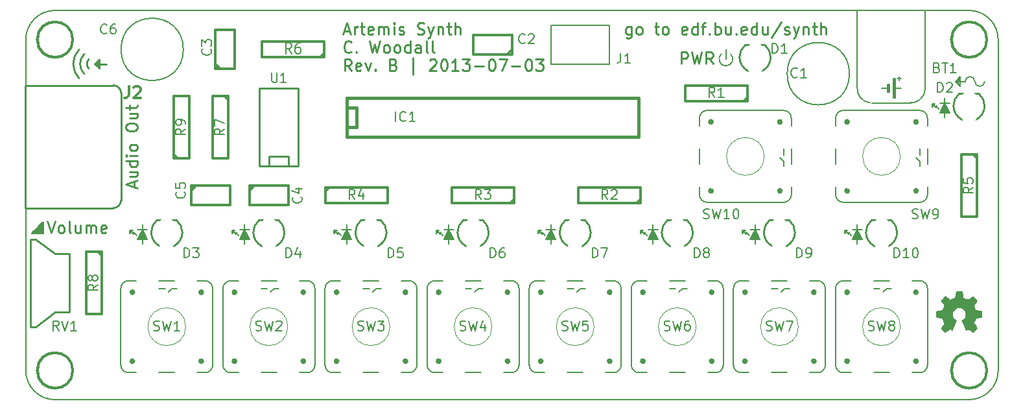
<source format=gto>
G04 (created by PCBNEW (2012-oct-18)-testing) date Fri 05 Jul 2013 12:14:27 PM EDT*
%MOIN*%
G04 Gerber Fmt 3.4, Leading zero omitted, Abs format*
%FSLAX34Y34*%
G01*
G70*
G90*
G04 APERTURE LIST*
%ADD10C,0.002*%
%ADD11C,0.0059*%
%ADD12C,0.01*%
%ADD13C,0.009*%
%ADD14C,0.008*%
%ADD15C,0.00590551*%
%ADD16C,0.0001*%
%ADD17C,0.004*%
%ADD18C,0.0137*%
%ADD19C,0.012*%
%ADD20C,0.015*%
%ADD21C,0.114173*%
%ADD22C,0.0708661*%
%ADD23C,0.0629921*%
%ADD24C,0.073874*%
%ADD25C,0.067874*%
%ADD26C,0.092874*%
%ADD27R,0.067874X0.067874*%
%ADD28R,0.062874X0.062874*%
%ADD29C,0.062874*%
%ADD30R,0.072874X0.072874*%
%ADD31C,0.072874*%
%ADD32C,0.081874*%
%ADD33C,0.167874*%
G04 APERTURE END LIST*
G54D10*
G54D11*
X62500Y-59450D02*
X62500Y-59150D01*
X62500Y-59250D02*
X62500Y-59450D01*
X62450Y-59250D02*
X62500Y-59250D01*
X62450Y-59400D02*
X62450Y-59250D01*
X62450Y-59300D02*
X62450Y-59400D01*
X62400Y-59350D02*
X62450Y-59300D01*
X62400Y-59150D02*
X62400Y-59350D01*
X62500Y-59150D02*
X62400Y-59150D01*
X62500Y-59200D02*
X62500Y-59150D01*
X62500Y-59050D02*
X62500Y-59200D01*
X62350Y-59200D02*
X62500Y-59050D01*
X62550Y-59200D02*
X62350Y-59200D01*
G54D12*
X62550Y-59250D02*
X62900Y-59250D01*
G54D11*
X62550Y-59500D02*
X62550Y-59250D01*
X62300Y-59250D02*
X62550Y-59500D01*
X62550Y-59250D02*
X62300Y-59250D01*
X62550Y-59000D02*
X62550Y-59250D01*
X62300Y-59250D02*
X62550Y-59000D01*
X105000Y-60500D02*
X105000Y-56500D01*
X101500Y-60500D02*
X101500Y-56500D01*
G54D13*
X64321Y-65585D02*
X64321Y-65299D01*
X64492Y-65642D02*
X63892Y-65442D01*
X64492Y-65242D01*
X64092Y-64785D02*
X64492Y-64785D01*
X64092Y-65042D02*
X64407Y-65042D01*
X64464Y-65014D01*
X64492Y-64957D01*
X64492Y-64871D01*
X64464Y-64814D01*
X64435Y-64785D01*
X64492Y-64242D02*
X63892Y-64242D01*
X64464Y-64242D02*
X64492Y-64299D01*
X64492Y-64414D01*
X64464Y-64471D01*
X64435Y-64499D01*
X64378Y-64528D01*
X64207Y-64528D01*
X64150Y-64499D01*
X64121Y-64471D01*
X64092Y-64414D01*
X64092Y-64299D01*
X64121Y-64242D01*
X64492Y-63957D02*
X64092Y-63957D01*
X63892Y-63957D02*
X63921Y-63985D01*
X63950Y-63957D01*
X63921Y-63928D01*
X63892Y-63957D01*
X63950Y-63957D01*
X64492Y-63585D02*
X64464Y-63642D01*
X64435Y-63671D01*
X64378Y-63699D01*
X64207Y-63699D01*
X64150Y-63671D01*
X64121Y-63642D01*
X64092Y-63585D01*
X64092Y-63499D01*
X64121Y-63442D01*
X64150Y-63414D01*
X64207Y-63385D01*
X64378Y-63385D01*
X64435Y-63414D01*
X64464Y-63442D01*
X64492Y-63499D01*
X64492Y-63585D01*
X63892Y-62557D02*
X63892Y-62442D01*
X63921Y-62385D01*
X63978Y-62328D01*
X64092Y-62299D01*
X64292Y-62299D01*
X64407Y-62328D01*
X64464Y-62385D01*
X64492Y-62442D01*
X64492Y-62557D01*
X64464Y-62614D01*
X64407Y-62671D01*
X64292Y-62699D01*
X64092Y-62699D01*
X63978Y-62671D01*
X63921Y-62614D01*
X63892Y-62557D01*
X64092Y-61785D02*
X64492Y-61785D01*
X64092Y-62042D02*
X64407Y-62042D01*
X64464Y-62014D01*
X64492Y-61957D01*
X64492Y-61871D01*
X64464Y-61814D01*
X64435Y-61785D01*
X64092Y-61585D02*
X64092Y-61357D01*
X63892Y-61500D02*
X64407Y-61500D01*
X64464Y-61471D01*
X64492Y-61414D01*
X64492Y-61357D01*
G54D14*
X94522Y-58729D02*
G75*
G03X95000Y-58750I227J-270D01*
G74*
G01*
X94750Y-58500D02*
X94750Y-59000D01*
G54D13*
X92450Y-59242D02*
X92450Y-58642D01*
X92678Y-58642D01*
X92735Y-58671D01*
X92764Y-58700D01*
X92792Y-58757D01*
X92792Y-58842D01*
X92764Y-58900D01*
X92735Y-58928D01*
X92678Y-58957D01*
X92450Y-58957D01*
X92992Y-58642D02*
X93135Y-59242D01*
X93250Y-58814D01*
X93364Y-59242D01*
X93507Y-58642D01*
X94078Y-59242D02*
X93878Y-58957D01*
X93735Y-59242D02*
X93735Y-58642D01*
X93964Y-58642D01*
X94021Y-58671D01*
X94050Y-58700D01*
X94078Y-58757D01*
X94078Y-58842D01*
X94050Y-58900D01*
X94021Y-58928D01*
X93964Y-58957D01*
X93735Y-58957D01*
G54D11*
X106650Y-60050D02*
X106700Y-60050D01*
X106650Y-60200D02*
X106650Y-60050D01*
X106800Y-60350D02*
X106650Y-60200D01*
X106650Y-60200D02*
X106800Y-60350D01*
X106650Y-60100D02*
X106650Y-60200D01*
X106700Y-60100D02*
X106650Y-60100D01*
X106700Y-60250D02*
X106700Y-60100D01*
X106750Y-60300D02*
X106700Y-60250D01*
X106700Y-60050D02*
X106750Y-60000D01*
X106800Y-60150D02*
X106700Y-60050D01*
X106550Y-60150D02*
X106800Y-60150D01*
X106800Y-60400D02*
X106550Y-60150D01*
X106800Y-59900D02*
X106800Y-60400D01*
X106550Y-60150D02*
X106800Y-59900D01*
X106800Y-60150D02*
X106550Y-60150D01*
X107050Y-60150D02*
X106800Y-60150D01*
X107800Y-60400D02*
G75*
G03X108050Y-60150I0J250D01*
G74*
G01*
X107550Y-60150D02*
G75*
G03X107800Y-60400I250J0D01*
G74*
G01*
X107550Y-60150D02*
G75*
G03X107300Y-59900I-250J0D01*
G74*
G01*
X107300Y-59900D02*
G75*
G03X107050Y-60150I0J-250D01*
G74*
G01*
G54D13*
X89878Y-57342D02*
X89878Y-57828D01*
X89850Y-57885D01*
X89821Y-57914D01*
X89764Y-57942D01*
X89678Y-57942D01*
X89621Y-57914D01*
X89878Y-57714D02*
X89821Y-57742D01*
X89707Y-57742D01*
X89650Y-57714D01*
X89621Y-57685D01*
X89592Y-57628D01*
X89592Y-57457D01*
X89621Y-57400D01*
X89650Y-57371D01*
X89707Y-57342D01*
X89821Y-57342D01*
X89878Y-57371D01*
X90250Y-57742D02*
X90192Y-57714D01*
X90164Y-57685D01*
X90135Y-57628D01*
X90135Y-57457D01*
X90164Y-57400D01*
X90192Y-57371D01*
X90250Y-57342D01*
X90335Y-57342D01*
X90392Y-57371D01*
X90421Y-57400D01*
X90450Y-57457D01*
X90450Y-57628D01*
X90421Y-57685D01*
X90392Y-57714D01*
X90335Y-57742D01*
X90250Y-57742D01*
X91078Y-57342D02*
X91307Y-57342D01*
X91164Y-57142D02*
X91164Y-57657D01*
X91192Y-57714D01*
X91250Y-57742D01*
X91307Y-57742D01*
X91592Y-57742D02*
X91535Y-57714D01*
X91507Y-57685D01*
X91478Y-57628D01*
X91478Y-57457D01*
X91507Y-57400D01*
X91535Y-57371D01*
X91592Y-57342D01*
X91678Y-57342D01*
X91735Y-57371D01*
X91764Y-57400D01*
X91792Y-57457D01*
X91792Y-57628D01*
X91764Y-57685D01*
X91735Y-57714D01*
X91678Y-57742D01*
X91592Y-57742D01*
X92735Y-57714D02*
X92678Y-57742D01*
X92564Y-57742D01*
X92507Y-57714D01*
X92478Y-57657D01*
X92478Y-57428D01*
X92507Y-57371D01*
X92564Y-57342D01*
X92678Y-57342D01*
X92735Y-57371D01*
X92764Y-57428D01*
X92764Y-57485D01*
X92478Y-57542D01*
X93278Y-57742D02*
X93278Y-57142D01*
X93278Y-57714D02*
X93221Y-57742D01*
X93107Y-57742D01*
X93050Y-57714D01*
X93021Y-57685D01*
X92992Y-57628D01*
X92992Y-57457D01*
X93021Y-57400D01*
X93050Y-57371D01*
X93107Y-57342D01*
X93221Y-57342D01*
X93278Y-57371D01*
X93478Y-57342D02*
X93707Y-57342D01*
X93564Y-57742D02*
X93564Y-57228D01*
X93592Y-57171D01*
X93650Y-57142D01*
X93707Y-57142D01*
X93907Y-57685D02*
X93935Y-57714D01*
X93907Y-57742D01*
X93878Y-57714D01*
X93907Y-57685D01*
X93907Y-57742D01*
X94192Y-57742D02*
X94192Y-57142D01*
X94192Y-57371D02*
X94250Y-57342D01*
X94364Y-57342D01*
X94421Y-57371D01*
X94450Y-57400D01*
X94478Y-57457D01*
X94478Y-57628D01*
X94450Y-57685D01*
X94421Y-57714D01*
X94364Y-57742D01*
X94250Y-57742D01*
X94192Y-57714D01*
X94992Y-57342D02*
X94992Y-57742D01*
X94735Y-57342D02*
X94735Y-57657D01*
X94764Y-57714D01*
X94821Y-57742D01*
X94907Y-57742D01*
X94964Y-57714D01*
X94992Y-57685D01*
X95278Y-57685D02*
X95307Y-57714D01*
X95278Y-57742D01*
X95250Y-57714D01*
X95278Y-57685D01*
X95278Y-57742D01*
X95792Y-57714D02*
X95735Y-57742D01*
X95621Y-57742D01*
X95564Y-57714D01*
X95535Y-57657D01*
X95535Y-57428D01*
X95564Y-57371D01*
X95621Y-57342D01*
X95735Y-57342D01*
X95792Y-57371D01*
X95821Y-57428D01*
X95821Y-57485D01*
X95535Y-57542D01*
X96335Y-57742D02*
X96335Y-57142D01*
X96335Y-57714D02*
X96278Y-57742D01*
X96164Y-57742D01*
X96107Y-57714D01*
X96078Y-57685D01*
X96050Y-57628D01*
X96050Y-57457D01*
X96078Y-57400D01*
X96107Y-57371D01*
X96164Y-57342D01*
X96278Y-57342D01*
X96335Y-57371D01*
X96878Y-57342D02*
X96878Y-57742D01*
X96621Y-57342D02*
X96621Y-57657D01*
X96650Y-57714D01*
X96707Y-57742D01*
X96792Y-57742D01*
X96850Y-57714D01*
X96878Y-57685D01*
X97592Y-57114D02*
X97078Y-57885D01*
X97764Y-57714D02*
X97821Y-57742D01*
X97935Y-57742D01*
X97992Y-57714D01*
X98021Y-57657D01*
X98021Y-57628D01*
X97992Y-57571D01*
X97935Y-57542D01*
X97850Y-57542D01*
X97792Y-57514D01*
X97764Y-57457D01*
X97764Y-57428D01*
X97792Y-57371D01*
X97850Y-57342D01*
X97935Y-57342D01*
X97992Y-57371D01*
X98221Y-57342D02*
X98364Y-57742D01*
X98507Y-57342D02*
X98364Y-57742D01*
X98307Y-57885D01*
X98278Y-57914D01*
X98221Y-57942D01*
X98735Y-57342D02*
X98735Y-57742D01*
X98735Y-57400D02*
X98764Y-57371D01*
X98821Y-57342D01*
X98907Y-57342D01*
X98964Y-57371D01*
X98992Y-57428D01*
X98992Y-57742D01*
X99192Y-57342D02*
X99421Y-57342D01*
X99278Y-57142D02*
X99278Y-57657D01*
X99307Y-57714D01*
X99364Y-57742D01*
X99421Y-57742D01*
X99621Y-57742D02*
X99621Y-57142D01*
X99878Y-57742D02*
X99878Y-57428D01*
X99850Y-57371D01*
X99792Y-57342D01*
X99707Y-57342D01*
X99650Y-57371D01*
X99621Y-57400D01*
X75114Y-57571D02*
X75400Y-57571D01*
X75057Y-57742D02*
X75257Y-57142D01*
X75457Y-57742D01*
X75657Y-57742D02*
X75657Y-57342D01*
X75657Y-57457D02*
X75685Y-57400D01*
X75714Y-57371D01*
X75771Y-57342D01*
X75828Y-57342D01*
X75942Y-57342D02*
X76171Y-57342D01*
X76028Y-57142D02*
X76028Y-57657D01*
X76057Y-57714D01*
X76114Y-57742D01*
X76171Y-57742D01*
X76600Y-57714D02*
X76542Y-57742D01*
X76428Y-57742D01*
X76371Y-57714D01*
X76342Y-57657D01*
X76342Y-57428D01*
X76371Y-57371D01*
X76428Y-57342D01*
X76542Y-57342D01*
X76600Y-57371D01*
X76628Y-57428D01*
X76628Y-57485D01*
X76342Y-57542D01*
X76885Y-57742D02*
X76885Y-57342D01*
X76885Y-57400D02*
X76914Y-57371D01*
X76971Y-57342D01*
X77057Y-57342D01*
X77114Y-57371D01*
X77142Y-57428D01*
X77142Y-57742D01*
X77142Y-57428D02*
X77171Y-57371D01*
X77228Y-57342D01*
X77314Y-57342D01*
X77371Y-57371D01*
X77400Y-57428D01*
X77400Y-57742D01*
X77685Y-57742D02*
X77685Y-57342D01*
X77685Y-57142D02*
X77657Y-57171D01*
X77685Y-57200D01*
X77714Y-57171D01*
X77685Y-57142D01*
X77685Y-57200D01*
X77942Y-57714D02*
X78000Y-57742D01*
X78114Y-57742D01*
X78171Y-57714D01*
X78200Y-57657D01*
X78200Y-57628D01*
X78171Y-57571D01*
X78114Y-57542D01*
X78028Y-57542D01*
X77971Y-57514D01*
X77942Y-57457D01*
X77942Y-57428D01*
X77971Y-57371D01*
X78028Y-57342D01*
X78114Y-57342D01*
X78171Y-57371D01*
X78885Y-57714D02*
X78971Y-57742D01*
X79114Y-57742D01*
X79171Y-57714D01*
X79200Y-57685D01*
X79228Y-57628D01*
X79228Y-57571D01*
X79200Y-57514D01*
X79171Y-57485D01*
X79114Y-57457D01*
X79000Y-57428D01*
X78942Y-57400D01*
X78914Y-57371D01*
X78885Y-57314D01*
X78885Y-57257D01*
X78914Y-57200D01*
X78942Y-57171D01*
X79000Y-57142D01*
X79142Y-57142D01*
X79228Y-57171D01*
X79428Y-57342D02*
X79571Y-57742D01*
X79714Y-57342D02*
X79571Y-57742D01*
X79514Y-57885D01*
X79485Y-57914D01*
X79428Y-57942D01*
X79942Y-57342D02*
X79942Y-57742D01*
X79942Y-57400D02*
X79971Y-57371D01*
X80028Y-57342D01*
X80114Y-57342D01*
X80171Y-57371D01*
X80200Y-57428D01*
X80200Y-57742D01*
X80400Y-57342D02*
X80628Y-57342D01*
X80485Y-57142D02*
X80485Y-57657D01*
X80514Y-57714D01*
X80571Y-57742D01*
X80628Y-57742D01*
X80828Y-57742D02*
X80828Y-57142D01*
X81085Y-57742D02*
X81085Y-57428D01*
X81057Y-57371D01*
X81000Y-57342D01*
X80914Y-57342D01*
X80857Y-57371D01*
X80828Y-57400D01*
X75485Y-58615D02*
X75457Y-58644D01*
X75371Y-58672D01*
X75314Y-58672D01*
X75228Y-58644D01*
X75171Y-58587D01*
X75142Y-58530D01*
X75114Y-58415D01*
X75114Y-58330D01*
X75142Y-58215D01*
X75171Y-58158D01*
X75228Y-58101D01*
X75314Y-58072D01*
X75371Y-58072D01*
X75457Y-58101D01*
X75485Y-58130D01*
X75742Y-58615D02*
X75771Y-58644D01*
X75742Y-58672D01*
X75714Y-58644D01*
X75742Y-58615D01*
X75742Y-58672D01*
X76428Y-58072D02*
X76571Y-58672D01*
X76685Y-58244D01*
X76800Y-58672D01*
X76942Y-58072D01*
X77257Y-58672D02*
X77200Y-58644D01*
X77171Y-58615D01*
X77142Y-58558D01*
X77142Y-58387D01*
X77171Y-58330D01*
X77200Y-58301D01*
X77257Y-58272D01*
X77342Y-58272D01*
X77400Y-58301D01*
X77428Y-58330D01*
X77457Y-58387D01*
X77457Y-58558D01*
X77428Y-58615D01*
X77400Y-58644D01*
X77342Y-58672D01*
X77257Y-58672D01*
X77799Y-58672D02*
X77742Y-58644D01*
X77714Y-58615D01*
X77685Y-58558D01*
X77685Y-58387D01*
X77714Y-58330D01*
X77742Y-58301D01*
X77799Y-58272D01*
X77885Y-58272D01*
X77942Y-58301D01*
X77971Y-58330D01*
X77999Y-58387D01*
X77999Y-58558D01*
X77971Y-58615D01*
X77942Y-58644D01*
X77885Y-58672D01*
X77799Y-58672D01*
X78514Y-58672D02*
X78514Y-58072D01*
X78514Y-58644D02*
X78457Y-58672D01*
X78342Y-58672D01*
X78285Y-58644D01*
X78257Y-58615D01*
X78228Y-58558D01*
X78228Y-58387D01*
X78257Y-58330D01*
X78285Y-58301D01*
X78342Y-58272D01*
X78457Y-58272D01*
X78514Y-58301D01*
X79057Y-58672D02*
X79057Y-58358D01*
X79028Y-58301D01*
X78971Y-58272D01*
X78857Y-58272D01*
X78799Y-58301D01*
X79057Y-58644D02*
X78999Y-58672D01*
X78857Y-58672D01*
X78799Y-58644D01*
X78771Y-58587D01*
X78771Y-58530D01*
X78799Y-58472D01*
X78857Y-58444D01*
X78999Y-58444D01*
X79057Y-58415D01*
X79428Y-58672D02*
X79371Y-58644D01*
X79342Y-58587D01*
X79342Y-58072D01*
X79742Y-58672D02*
X79685Y-58644D01*
X79657Y-58587D01*
X79657Y-58072D01*
X75485Y-59602D02*
X75285Y-59317D01*
X75142Y-59602D02*
X75142Y-59002D01*
X75371Y-59002D01*
X75428Y-59031D01*
X75457Y-59060D01*
X75485Y-59117D01*
X75485Y-59202D01*
X75457Y-59260D01*
X75428Y-59288D01*
X75371Y-59317D01*
X75142Y-59317D01*
X75971Y-59574D02*
X75914Y-59602D01*
X75800Y-59602D01*
X75742Y-59574D01*
X75714Y-59517D01*
X75714Y-59288D01*
X75742Y-59231D01*
X75800Y-59202D01*
X75914Y-59202D01*
X75971Y-59231D01*
X76000Y-59288D01*
X76000Y-59345D01*
X75714Y-59402D01*
X76200Y-59202D02*
X76342Y-59602D01*
X76485Y-59202D01*
X76714Y-59545D02*
X76742Y-59574D01*
X76714Y-59602D01*
X76685Y-59574D01*
X76714Y-59545D01*
X76714Y-59602D01*
X77657Y-59288D02*
X77742Y-59317D01*
X77771Y-59345D01*
X77800Y-59402D01*
X77800Y-59488D01*
X77771Y-59545D01*
X77742Y-59574D01*
X77685Y-59602D01*
X77457Y-59602D01*
X77457Y-59002D01*
X77657Y-59002D01*
X77714Y-59031D01*
X77742Y-59060D01*
X77771Y-59117D01*
X77771Y-59174D01*
X77742Y-59231D01*
X77714Y-59260D01*
X77657Y-59288D01*
X77457Y-59288D01*
X78657Y-59802D02*
X78657Y-58945D01*
X79514Y-59060D02*
X79542Y-59031D01*
X79600Y-59002D01*
X79742Y-59002D01*
X79800Y-59031D01*
X79828Y-59060D01*
X79857Y-59117D01*
X79857Y-59174D01*
X79828Y-59260D01*
X79485Y-59602D01*
X79857Y-59602D01*
X80228Y-59002D02*
X80285Y-59002D01*
X80342Y-59031D01*
X80371Y-59060D01*
X80400Y-59117D01*
X80428Y-59231D01*
X80428Y-59374D01*
X80400Y-59488D01*
X80371Y-59545D01*
X80342Y-59574D01*
X80285Y-59602D01*
X80228Y-59602D01*
X80171Y-59574D01*
X80142Y-59545D01*
X80114Y-59488D01*
X80085Y-59374D01*
X80085Y-59231D01*
X80114Y-59117D01*
X80142Y-59060D01*
X80171Y-59031D01*
X80228Y-59002D01*
X81000Y-59602D02*
X80657Y-59602D01*
X80828Y-59602D02*
X80828Y-59002D01*
X80771Y-59088D01*
X80714Y-59145D01*
X80657Y-59174D01*
X81200Y-59002D02*
X81571Y-59002D01*
X81371Y-59231D01*
X81457Y-59231D01*
X81514Y-59260D01*
X81542Y-59288D01*
X81571Y-59345D01*
X81571Y-59488D01*
X81542Y-59545D01*
X81514Y-59574D01*
X81457Y-59602D01*
X81285Y-59602D01*
X81228Y-59574D01*
X81200Y-59545D01*
X81828Y-59374D02*
X82285Y-59374D01*
X82685Y-59002D02*
X82742Y-59002D01*
X82800Y-59031D01*
X82828Y-59060D01*
X82857Y-59117D01*
X82885Y-59231D01*
X82885Y-59374D01*
X82857Y-59488D01*
X82828Y-59545D01*
X82800Y-59574D01*
X82742Y-59602D01*
X82685Y-59602D01*
X82628Y-59574D01*
X82600Y-59545D01*
X82571Y-59488D01*
X82542Y-59374D01*
X82542Y-59231D01*
X82571Y-59117D01*
X82600Y-59060D01*
X82628Y-59031D01*
X82685Y-59002D01*
X83085Y-59002D02*
X83485Y-59002D01*
X83228Y-59602D01*
X83714Y-59374D02*
X84171Y-59374D01*
X84571Y-59002D02*
X84628Y-59002D01*
X84685Y-59031D01*
X84714Y-59060D01*
X84742Y-59117D01*
X84771Y-59231D01*
X84771Y-59374D01*
X84742Y-59488D01*
X84714Y-59545D01*
X84685Y-59574D01*
X84628Y-59602D01*
X84571Y-59602D01*
X84514Y-59574D01*
X84485Y-59545D01*
X84457Y-59488D01*
X84428Y-59374D01*
X84428Y-59231D01*
X84457Y-59117D01*
X84485Y-59060D01*
X84514Y-59031D01*
X84571Y-59002D01*
X84971Y-59002D02*
X85342Y-59002D01*
X85142Y-59231D01*
X85228Y-59231D01*
X85285Y-59260D01*
X85314Y-59288D01*
X85342Y-59345D01*
X85342Y-59488D01*
X85314Y-59545D01*
X85285Y-59574D01*
X85228Y-59602D01*
X85057Y-59602D01*
X85000Y-59574D01*
X84971Y-59545D01*
G54D11*
X101500Y-60399D02*
G75*
G03X102149Y-61249I749J-100D01*
G74*
G01*
X104200Y-61250D02*
G75*
G03X105000Y-60549I49J750D01*
G74*
G01*
X104250Y-61250D02*
X102250Y-61250D01*
X103650Y-60050D02*
X103650Y-60100D01*
X103650Y-59900D02*
X103650Y-60050D01*
X103650Y-60000D02*
X103650Y-59900D01*
X103750Y-60000D02*
X103650Y-60000D01*
X103550Y-60000D02*
X103750Y-60000D01*
X103400Y-61000D02*
X103400Y-60000D01*
X103350Y-61000D02*
X103400Y-61000D01*
X103350Y-60000D02*
X103350Y-61000D01*
X103450Y-60000D02*
X103350Y-60000D01*
X59400Y-67800D02*
X59400Y-67650D01*
X59350Y-67850D02*
X59400Y-67800D01*
X59350Y-67700D02*
X59350Y-67850D01*
X59450Y-67600D02*
X59350Y-67700D01*
X59450Y-67850D02*
X59450Y-67600D01*
X59200Y-67850D02*
X59450Y-67850D01*
X59500Y-67550D02*
X59200Y-67850D01*
X59500Y-67800D02*
X59500Y-67550D01*
X59200Y-67800D02*
X59500Y-67800D01*
X59100Y-67900D02*
X59200Y-67800D01*
X59500Y-67900D02*
X59100Y-67900D01*
X59500Y-67950D02*
X59500Y-67900D01*
X59500Y-67500D02*
X59500Y-67950D01*
X59550Y-67450D02*
X59500Y-67500D01*
X59550Y-67950D02*
X59550Y-67450D01*
X59600Y-67950D02*
X59550Y-67950D01*
X59600Y-67400D02*
X59600Y-67950D01*
X59050Y-67950D02*
X59600Y-67400D01*
X59650Y-67950D02*
X59050Y-67950D01*
X59650Y-67350D02*
X59650Y-67950D01*
X59050Y-67950D02*
X59650Y-67350D01*
G54D13*
X59842Y-67342D02*
X60042Y-67942D01*
X60242Y-67342D01*
X60528Y-67942D02*
X60471Y-67914D01*
X60442Y-67885D01*
X60414Y-67828D01*
X60414Y-67657D01*
X60442Y-67600D01*
X60471Y-67571D01*
X60528Y-67542D01*
X60614Y-67542D01*
X60671Y-67571D01*
X60700Y-67600D01*
X60728Y-67657D01*
X60728Y-67828D01*
X60700Y-67885D01*
X60671Y-67914D01*
X60614Y-67942D01*
X60528Y-67942D01*
X61071Y-67942D02*
X61014Y-67914D01*
X60985Y-67857D01*
X60985Y-67342D01*
X61557Y-67542D02*
X61557Y-67942D01*
X61300Y-67542D02*
X61300Y-67857D01*
X61328Y-67914D01*
X61385Y-67942D01*
X61471Y-67942D01*
X61528Y-67914D01*
X61557Y-67885D01*
X61842Y-67942D02*
X61842Y-67542D01*
X61842Y-67600D02*
X61871Y-67571D01*
X61928Y-67542D01*
X62014Y-67542D01*
X62071Y-67571D01*
X62100Y-67628D01*
X62100Y-67942D01*
X62100Y-67628D02*
X62128Y-67571D01*
X62185Y-67542D01*
X62271Y-67542D01*
X62328Y-67571D01*
X62357Y-67628D01*
X62357Y-67942D01*
X62871Y-67914D02*
X62814Y-67942D01*
X62700Y-67942D01*
X62642Y-67914D01*
X62614Y-67857D01*
X62614Y-67628D01*
X62642Y-67571D01*
X62700Y-67542D01*
X62814Y-67542D01*
X62871Y-67571D01*
X62900Y-67628D01*
X62900Y-67685D01*
X62614Y-67742D01*
G54D12*
X61500Y-58500D02*
G75*
G03X61500Y-59999I749J-749D01*
G74*
G01*
X62000Y-59000D02*
G75*
G03X62000Y-59500I250J-250D01*
G74*
G01*
X61750Y-58750D02*
G75*
G03X61750Y-59750I500J-500D01*
G74*
G01*
G54D11*
X103100Y-60700D02*
X103100Y-60300D01*
X103050Y-60700D02*
X103100Y-60700D01*
X103150Y-60700D02*
X103050Y-60700D01*
X103150Y-60300D02*
X103150Y-60700D01*
X103050Y-60300D02*
X103150Y-60300D01*
X103450Y-61000D02*
X103450Y-60000D01*
X103450Y-60500D02*
X103750Y-60500D01*
X103050Y-60300D02*
X103050Y-60700D01*
X103050Y-60500D02*
X103050Y-60300D01*
X102750Y-60500D02*
X103050Y-60500D01*
G54D15*
X58750Y-75000D02*
X58750Y-58000D01*
X107250Y-76500D02*
X60250Y-76500D01*
X108750Y-58000D02*
X108750Y-75000D01*
X60250Y-56500D02*
X107250Y-56500D01*
X107250Y-76500D02*
G75*
G03X108750Y-75000I0J1500D01*
G74*
G01*
X108750Y-58000D02*
G75*
G03X107250Y-56500I-1500J0D01*
G74*
G01*
X58750Y-75000D02*
G75*
G03X60250Y-76500I1500J0D01*
G74*
G01*
X60250Y-56500D02*
G75*
G03X58750Y-58000I0J-1500D01*
G74*
G01*
G54D12*
X63649Y-66255D02*
X63649Y-60744D01*
X63649Y-60744D02*
X63649Y-64090D01*
X60500Y-60350D02*
X58728Y-60350D01*
X58728Y-60350D02*
X58728Y-66649D01*
X58728Y-66649D02*
X63255Y-66649D01*
X63255Y-60350D02*
X60500Y-60350D01*
X63255Y-66649D02*
G75*
G03X63649Y-66255I0J393D01*
G74*
G01*
X63649Y-60755D02*
G75*
G03X63255Y-60350I-399J5D01*
G74*
G01*
G54D14*
X60500Y-66649D02*
X58728Y-66649D01*
X58728Y-66649D02*
X58728Y-60350D01*
X58728Y-60350D02*
X60500Y-60350D01*
G54D16*
G36*
X106034Y-73061D02*
X106047Y-73054D01*
X106074Y-73037D01*
X106114Y-73011D01*
X106160Y-72980D01*
X106207Y-72948D01*
X106246Y-72922D01*
X106273Y-72905D01*
X106284Y-72899D01*
X106290Y-72901D01*
X106312Y-72912D01*
X106344Y-72929D01*
X106363Y-72938D01*
X106393Y-72951D01*
X106407Y-72954D01*
X106410Y-72950D01*
X106421Y-72927D01*
X106438Y-72888D01*
X106460Y-72837D01*
X106486Y-72777D01*
X106513Y-72712D01*
X106540Y-72646D01*
X106566Y-72584D01*
X106590Y-72527D01*
X106608Y-72481D01*
X106620Y-72449D01*
X106625Y-72435D01*
X106623Y-72432D01*
X106609Y-72418D01*
X106583Y-72399D01*
X106527Y-72353D01*
X106472Y-72284D01*
X106438Y-72206D01*
X106427Y-72119D01*
X106436Y-72039D01*
X106468Y-71962D01*
X106522Y-71892D01*
X106588Y-71840D01*
X106664Y-71808D01*
X106750Y-71797D01*
X106832Y-71806D01*
X106911Y-71837D01*
X106981Y-71890D01*
X107010Y-71924D01*
X107051Y-71995D01*
X107074Y-72070D01*
X107076Y-72089D01*
X107073Y-72172D01*
X107048Y-72252D01*
X107005Y-72323D01*
X106944Y-72381D01*
X106936Y-72387D01*
X106908Y-72408D01*
X106889Y-72422D01*
X106874Y-72434D01*
X106980Y-72689D01*
X106997Y-72729D01*
X107026Y-72798D01*
X107051Y-72858D01*
X107072Y-72906D01*
X107086Y-72938D01*
X107092Y-72951D01*
X107093Y-72951D01*
X107102Y-72953D01*
X107121Y-72946D01*
X107157Y-72929D01*
X107180Y-72917D01*
X107207Y-72904D01*
X107219Y-72899D01*
X107230Y-72904D01*
X107256Y-72921D01*
X107293Y-72947D01*
X107339Y-72977D01*
X107382Y-73007D01*
X107422Y-73033D01*
X107451Y-73052D01*
X107465Y-73059D01*
X107467Y-73059D01*
X107480Y-73052D01*
X107503Y-73033D01*
X107537Y-73000D01*
X107586Y-72952D01*
X107594Y-72945D01*
X107634Y-72904D01*
X107667Y-72869D01*
X107689Y-72845D01*
X107697Y-72834D01*
X107697Y-72834D01*
X107689Y-72820D01*
X107671Y-72791D01*
X107645Y-72751D01*
X107613Y-72703D01*
X107528Y-72581D01*
X107575Y-72466D01*
X107589Y-72430D01*
X107607Y-72387D01*
X107620Y-72357D01*
X107627Y-72343D01*
X107640Y-72339D01*
X107671Y-72331D01*
X107717Y-72322D01*
X107772Y-72312D01*
X107824Y-72302D01*
X107871Y-72293D01*
X107905Y-72287D01*
X107920Y-72284D01*
X107924Y-72281D01*
X107927Y-72274D01*
X107929Y-72258D01*
X107930Y-72229D01*
X107931Y-72184D01*
X107931Y-72119D01*
X107931Y-72112D01*
X107930Y-72050D01*
X107929Y-72001D01*
X107927Y-71969D01*
X107925Y-71956D01*
X107925Y-71956D01*
X107910Y-71952D01*
X107877Y-71945D01*
X107830Y-71936D01*
X107774Y-71925D01*
X107770Y-71925D01*
X107714Y-71914D01*
X107668Y-71904D01*
X107635Y-71897D01*
X107621Y-71892D01*
X107618Y-71888D01*
X107607Y-71866D01*
X107591Y-71832D01*
X107572Y-71790D01*
X107554Y-71746D01*
X107538Y-71706D01*
X107528Y-71677D01*
X107525Y-71663D01*
X107525Y-71663D01*
X107533Y-71650D01*
X107552Y-71621D01*
X107580Y-71581D01*
X107612Y-71533D01*
X107615Y-71529D01*
X107647Y-71482D01*
X107673Y-71442D01*
X107690Y-71414D01*
X107697Y-71401D01*
X107697Y-71400D01*
X107686Y-71386D01*
X107662Y-71359D01*
X107627Y-71323D01*
X107586Y-71282D01*
X107573Y-71269D01*
X107527Y-71224D01*
X107495Y-71195D01*
X107475Y-71179D01*
X107466Y-71175D01*
X107465Y-71176D01*
X107451Y-71184D01*
X107421Y-71204D01*
X107381Y-71231D01*
X107333Y-71264D01*
X107330Y-71266D01*
X107282Y-71298D01*
X107243Y-71325D01*
X107215Y-71343D01*
X107203Y-71350D01*
X107201Y-71350D01*
X107182Y-71345D01*
X107148Y-71333D01*
X107107Y-71317D01*
X107063Y-71300D01*
X107023Y-71283D01*
X106994Y-71269D01*
X106980Y-71261D01*
X106979Y-71261D01*
X106974Y-71244D01*
X106966Y-71208D01*
X106956Y-71160D01*
X106945Y-71102D01*
X106943Y-71093D01*
X106933Y-71036D01*
X106924Y-70990D01*
X106917Y-70958D01*
X106914Y-70944D01*
X106906Y-70943D01*
X106878Y-70941D01*
X106836Y-70939D01*
X106785Y-70939D01*
X106732Y-70939D01*
X106680Y-70940D01*
X106636Y-70942D01*
X106604Y-70944D01*
X106590Y-70947D01*
X106590Y-70948D01*
X106585Y-70965D01*
X106577Y-71000D01*
X106567Y-71049D01*
X106556Y-71107D01*
X106554Y-71118D01*
X106544Y-71174D01*
X106534Y-71220D01*
X106527Y-71251D01*
X106524Y-71264D01*
X106519Y-71266D01*
X106496Y-71277D01*
X106458Y-71292D01*
X106411Y-71311D01*
X106303Y-71355D01*
X106171Y-71264D01*
X106159Y-71256D01*
X106111Y-71223D01*
X106072Y-71197D01*
X106044Y-71180D01*
X106033Y-71173D01*
X106032Y-71174D01*
X106019Y-71185D01*
X105993Y-71210D01*
X105957Y-71245D01*
X105915Y-71286D01*
X105884Y-71317D01*
X105848Y-71354D01*
X105825Y-71379D01*
X105812Y-71395D01*
X105807Y-71405D01*
X105809Y-71412D01*
X105817Y-71425D01*
X105837Y-71454D01*
X105864Y-71495D01*
X105896Y-71541D01*
X105923Y-71581D01*
X105952Y-71625D01*
X105970Y-71657D01*
X105977Y-71672D01*
X105975Y-71679D01*
X105966Y-71705D01*
X105950Y-71744D01*
X105930Y-71791D01*
X105884Y-71896D01*
X105815Y-71909D01*
X105774Y-71917D01*
X105715Y-71928D01*
X105659Y-71939D01*
X105572Y-71956D01*
X105569Y-72275D01*
X105583Y-72281D01*
X105596Y-72285D01*
X105628Y-72292D01*
X105674Y-72301D01*
X105728Y-72311D01*
X105775Y-72320D01*
X105821Y-72329D01*
X105855Y-72335D01*
X105870Y-72338D01*
X105873Y-72343D01*
X105885Y-72366D01*
X105902Y-72402D01*
X105920Y-72445D01*
X105939Y-72490D01*
X105955Y-72531D01*
X105967Y-72563D01*
X105971Y-72579D01*
X105965Y-72591D01*
X105947Y-72619D01*
X105921Y-72658D01*
X105890Y-72704D01*
X105858Y-72751D01*
X105831Y-72790D01*
X105812Y-72819D01*
X105805Y-72832D01*
X105809Y-72841D01*
X105827Y-72863D01*
X105862Y-72899D01*
X105914Y-72951D01*
X105923Y-72959D01*
X105964Y-72999D01*
X105999Y-73031D01*
X106023Y-73053D01*
X106034Y-73061D01*
X106034Y-73061D01*
G37*
G54D12*
X96750Y-58280D02*
X95750Y-58280D01*
X95736Y-58286D02*
G75*
G03X95450Y-58900I513J-613D01*
G74*
G01*
X95451Y-58900D02*
G75*
G03X95873Y-59604I799J0D01*
G74*
G01*
X97048Y-58898D02*
G75*
G03X96765Y-58289I-798J-1D01*
G74*
G01*
X96647Y-59594D02*
G75*
G03X97050Y-58900I-397J694D01*
G74*
G01*
X95870Y-59604D02*
G75*
G03X96250Y-59700I379J704D01*
G74*
G01*
X96250Y-59699D02*
G75*
G03X96668Y-59581I0J799D01*
G74*
G01*
X59000Y-70500D02*
X59000Y-68250D01*
X59000Y-68250D02*
X59250Y-68250D01*
X59250Y-68250D02*
X60250Y-69000D01*
X59000Y-70500D02*
X59000Y-72750D01*
X59000Y-72750D02*
X59250Y-72750D01*
X59250Y-72750D02*
X60250Y-72000D01*
X60250Y-72000D02*
X61000Y-72000D01*
X61000Y-69000D02*
X60250Y-69000D01*
X61000Y-72000D02*
X61000Y-69000D01*
G54D14*
X97718Y-64511D02*
X97718Y-64275D01*
X97718Y-64275D02*
X97521Y-64078D01*
X97718Y-63922D02*
X97718Y-63607D01*
X93388Y-62426D02*
X93388Y-62032D01*
X93782Y-61638D02*
X97718Y-61638D01*
X98112Y-62032D02*
X98112Y-62426D01*
X98112Y-63607D02*
X98112Y-64393D01*
X98112Y-65574D02*
X98112Y-65968D01*
X97718Y-66362D02*
X93782Y-66362D01*
X93388Y-65968D02*
X93388Y-65574D01*
X93388Y-64393D02*
X93388Y-63607D01*
G54D17*
X96722Y-64000D02*
G75*
G03X96722Y-64000I-972J0D01*
G74*
G01*
G54D18*
X94062Y-62229D02*
G75*
G03X94062Y-62229I-83J0D01*
G74*
G01*
X97604Y-62229D02*
G75*
G03X97604Y-62229I-83J0D01*
G74*
G01*
X97604Y-65771D02*
G75*
G03X97604Y-65771I-83J0D01*
G74*
G01*
X94062Y-65771D02*
G75*
G03X94062Y-65771I-83J0D01*
G74*
G01*
G54D14*
X93782Y-61638D02*
G75*
G03X93388Y-62032I0J-394D01*
G74*
G01*
X98112Y-62032D02*
G75*
G03X97718Y-61638I-394J0D01*
G74*
G01*
X97718Y-66362D02*
G75*
G03X98112Y-65968I0J394D01*
G74*
G01*
X93388Y-65968D02*
G75*
G03X93782Y-66362I394J0D01*
G74*
G01*
X104718Y-64511D02*
X104718Y-64275D01*
X104718Y-64275D02*
X104521Y-64078D01*
X104718Y-63922D02*
X104718Y-63607D01*
X100388Y-62426D02*
X100388Y-62032D01*
X100782Y-61638D02*
X104718Y-61638D01*
X105112Y-62032D02*
X105112Y-62426D01*
X105112Y-63607D02*
X105112Y-64393D01*
X105112Y-65574D02*
X105112Y-65968D01*
X104718Y-66362D02*
X100782Y-66362D01*
X100388Y-65968D02*
X100388Y-65574D01*
X100388Y-64393D02*
X100388Y-63607D01*
G54D17*
X103722Y-64000D02*
G75*
G03X103722Y-64000I-972J0D01*
G74*
G01*
G54D18*
X101062Y-62229D02*
G75*
G03X101062Y-62229I-83J0D01*
G74*
G01*
X104604Y-62229D02*
G75*
G03X104604Y-62229I-83J0D01*
G74*
G01*
X104604Y-65771D02*
G75*
G03X104604Y-65771I-83J0D01*
G74*
G01*
X101062Y-65771D02*
G75*
G03X101062Y-65771I-83J0D01*
G74*
G01*
G54D14*
X100782Y-61638D02*
G75*
G03X100388Y-62032I0J-394D01*
G74*
G01*
X105112Y-62032D02*
G75*
G03X104718Y-61638I-394J0D01*
G74*
G01*
X104718Y-66362D02*
G75*
G03X105112Y-65968I0J394D01*
G74*
G01*
X100388Y-65968D02*
G75*
G03X100782Y-66362I394J0D01*
G74*
G01*
X92761Y-70782D02*
X92525Y-70782D01*
X92525Y-70782D02*
X92328Y-70979D01*
X92172Y-70782D02*
X91857Y-70782D01*
X90676Y-75112D02*
X90282Y-75112D01*
X89888Y-74718D02*
X89888Y-70782D01*
X90282Y-70388D02*
X90676Y-70388D01*
X91857Y-70388D02*
X92643Y-70388D01*
X93824Y-70388D02*
X94218Y-70388D01*
X94612Y-70782D02*
X94612Y-74718D01*
X94218Y-75112D02*
X93824Y-75112D01*
X92643Y-75112D02*
X91857Y-75112D01*
G54D17*
X93222Y-72750D02*
G75*
G03X93222Y-72750I-972J0D01*
G74*
G01*
G54D18*
X90562Y-74521D02*
G75*
G03X90562Y-74521I-83J0D01*
G74*
G01*
X90562Y-70979D02*
G75*
G03X90562Y-70979I-83J0D01*
G74*
G01*
X94104Y-70979D02*
G75*
G03X94104Y-70979I-83J0D01*
G74*
G01*
X94104Y-74521D02*
G75*
G03X94104Y-74521I-83J0D01*
G74*
G01*
G54D14*
X89888Y-74718D02*
G75*
G03X90282Y-75112I394J0D01*
G74*
G01*
X90282Y-70388D02*
G75*
G03X89888Y-70782I0J-394D01*
G74*
G01*
X94612Y-70782D02*
G75*
G03X94218Y-70388I-394J0D01*
G74*
G01*
X94218Y-75112D02*
G75*
G03X94612Y-74718I0J394D01*
G74*
G01*
X98011Y-70782D02*
X97775Y-70782D01*
X97775Y-70782D02*
X97578Y-70979D01*
X97422Y-70782D02*
X97107Y-70782D01*
X95926Y-75112D02*
X95532Y-75112D01*
X95138Y-74718D02*
X95138Y-70782D01*
X95532Y-70388D02*
X95926Y-70388D01*
X97107Y-70388D02*
X97893Y-70388D01*
X99074Y-70388D02*
X99468Y-70388D01*
X99862Y-70782D02*
X99862Y-74718D01*
X99468Y-75112D02*
X99074Y-75112D01*
X97893Y-75112D02*
X97107Y-75112D01*
G54D17*
X98472Y-72750D02*
G75*
G03X98472Y-72750I-972J0D01*
G74*
G01*
G54D18*
X95812Y-74521D02*
G75*
G03X95812Y-74521I-83J0D01*
G74*
G01*
X95812Y-70979D02*
G75*
G03X95812Y-70979I-83J0D01*
G74*
G01*
X99354Y-70979D02*
G75*
G03X99354Y-70979I-83J0D01*
G74*
G01*
X99354Y-74521D02*
G75*
G03X99354Y-74521I-83J0D01*
G74*
G01*
G54D14*
X95138Y-74718D02*
G75*
G03X95532Y-75112I394J0D01*
G74*
G01*
X95532Y-70388D02*
G75*
G03X95138Y-70782I0J-394D01*
G74*
G01*
X99862Y-70782D02*
G75*
G03X99468Y-70388I-394J0D01*
G74*
G01*
X99468Y-75112D02*
G75*
G03X99862Y-74718I0J394D01*
G74*
G01*
X103261Y-70782D02*
X103025Y-70782D01*
X103025Y-70782D02*
X102828Y-70979D01*
X102672Y-70782D02*
X102357Y-70782D01*
X101176Y-75112D02*
X100782Y-75112D01*
X100388Y-74718D02*
X100388Y-70782D01*
X100782Y-70388D02*
X101176Y-70388D01*
X102357Y-70388D02*
X103143Y-70388D01*
X104324Y-70388D02*
X104718Y-70388D01*
X105112Y-70782D02*
X105112Y-74718D01*
X104718Y-75112D02*
X104324Y-75112D01*
X103143Y-75112D02*
X102357Y-75112D01*
G54D17*
X103722Y-72750D02*
G75*
G03X103722Y-72750I-972J0D01*
G74*
G01*
G54D18*
X101062Y-74521D02*
G75*
G03X101062Y-74521I-83J0D01*
G74*
G01*
X101062Y-70979D02*
G75*
G03X101062Y-70979I-83J0D01*
G74*
G01*
X104604Y-70979D02*
G75*
G03X104604Y-70979I-83J0D01*
G74*
G01*
X104604Y-74521D02*
G75*
G03X104604Y-74521I-83J0D01*
G74*
G01*
G54D14*
X100388Y-74718D02*
G75*
G03X100782Y-75112I394J0D01*
G74*
G01*
X100782Y-70388D02*
G75*
G03X100388Y-70782I0J-394D01*
G74*
G01*
X105112Y-70782D02*
G75*
G03X104718Y-70388I-394J0D01*
G74*
G01*
X104718Y-75112D02*
G75*
G03X105112Y-74718I0J394D01*
G74*
G01*
X66511Y-70782D02*
X66275Y-70782D01*
X66275Y-70782D02*
X66078Y-70979D01*
X65922Y-70782D02*
X65607Y-70782D01*
X64426Y-75112D02*
X64032Y-75112D01*
X63638Y-74718D02*
X63638Y-70782D01*
X64032Y-70388D02*
X64426Y-70388D01*
X65607Y-70388D02*
X66393Y-70388D01*
X67574Y-70388D02*
X67968Y-70388D01*
X68362Y-70782D02*
X68362Y-74718D01*
X67968Y-75112D02*
X67574Y-75112D01*
X66393Y-75112D02*
X65607Y-75112D01*
G54D17*
X66972Y-72750D02*
G75*
G03X66972Y-72750I-972J0D01*
G74*
G01*
G54D18*
X64312Y-74521D02*
G75*
G03X64312Y-74521I-83J0D01*
G74*
G01*
X64312Y-70979D02*
G75*
G03X64312Y-70979I-83J0D01*
G74*
G01*
X67854Y-70979D02*
G75*
G03X67854Y-70979I-83J0D01*
G74*
G01*
X67854Y-74521D02*
G75*
G03X67854Y-74521I-83J0D01*
G74*
G01*
G54D14*
X63638Y-74718D02*
G75*
G03X64032Y-75112I394J0D01*
G74*
G01*
X64032Y-70388D02*
G75*
G03X63638Y-70782I0J-394D01*
G74*
G01*
X68362Y-70782D02*
G75*
G03X67968Y-70388I-394J0D01*
G74*
G01*
X67968Y-75112D02*
G75*
G03X68362Y-74718I0J394D01*
G74*
G01*
X71761Y-70782D02*
X71525Y-70782D01*
X71525Y-70782D02*
X71328Y-70979D01*
X71172Y-70782D02*
X70857Y-70782D01*
X69676Y-75112D02*
X69282Y-75112D01*
X68888Y-74718D02*
X68888Y-70782D01*
X69282Y-70388D02*
X69676Y-70388D01*
X70857Y-70388D02*
X71643Y-70388D01*
X72824Y-70388D02*
X73218Y-70388D01*
X73612Y-70782D02*
X73612Y-74718D01*
X73218Y-75112D02*
X72824Y-75112D01*
X71643Y-75112D02*
X70857Y-75112D01*
G54D17*
X72222Y-72750D02*
G75*
G03X72222Y-72750I-972J0D01*
G74*
G01*
G54D18*
X69562Y-74521D02*
G75*
G03X69562Y-74521I-83J0D01*
G74*
G01*
X69562Y-70979D02*
G75*
G03X69562Y-70979I-83J0D01*
G74*
G01*
X73104Y-70979D02*
G75*
G03X73104Y-70979I-83J0D01*
G74*
G01*
X73104Y-74521D02*
G75*
G03X73104Y-74521I-83J0D01*
G74*
G01*
G54D14*
X68888Y-74718D02*
G75*
G03X69282Y-75112I394J0D01*
G74*
G01*
X69282Y-70388D02*
G75*
G03X68888Y-70782I0J-394D01*
G74*
G01*
X73612Y-70782D02*
G75*
G03X73218Y-70388I-394J0D01*
G74*
G01*
X73218Y-75112D02*
G75*
G03X73612Y-74718I0J394D01*
G74*
G01*
X77011Y-70782D02*
X76775Y-70782D01*
X76775Y-70782D02*
X76578Y-70979D01*
X76422Y-70782D02*
X76107Y-70782D01*
X74926Y-75112D02*
X74532Y-75112D01*
X74138Y-74718D02*
X74138Y-70782D01*
X74532Y-70388D02*
X74926Y-70388D01*
X76107Y-70388D02*
X76893Y-70388D01*
X78074Y-70388D02*
X78468Y-70388D01*
X78862Y-70782D02*
X78862Y-74718D01*
X78468Y-75112D02*
X78074Y-75112D01*
X76893Y-75112D02*
X76107Y-75112D01*
G54D17*
X77472Y-72750D02*
G75*
G03X77472Y-72750I-972J0D01*
G74*
G01*
G54D18*
X74812Y-74521D02*
G75*
G03X74812Y-74521I-83J0D01*
G74*
G01*
X74812Y-70979D02*
G75*
G03X74812Y-70979I-83J0D01*
G74*
G01*
X78354Y-70979D02*
G75*
G03X78354Y-70979I-83J0D01*
G74*
G01*
X78354Y-74521D02*
G75*
G03X78354Y-74521I-83J0D01*
G74*
G01*
G54D14*
X74138Y-74718D02*
G75*
G03X74532Y-75112I394J0D01*
G74*
G01*
X74532Y-70388D02*
G75*
G03X74138Y-70782I0J-394D01*
G74*
G01*
X78862Y-70782D02*
G75*
G03X78468Y-70388I-394J0D01*
G74*
G01*
X78468Y-75112D02*
G75*
G03X78862Y-74718I0J394D01*
G74*
G01*
X82261Y-70782D02*
X82025Y-70782D01*
X82025Y-70782D02*
X81828Y-70979D01*
X81672Y-70782D02*
X81357Y-70782D01*
X80176Y-75112D02*
X79782Y-75112D01*
X79388Y-74718D02*
X79388Y-70782D01*
X79782Y-70388D02*
X80176Y-70388D01*
X81357Y-70388D02*
X82143Y-70388D01*
X83324Y-70388D02*
X83718Y-70388D01*
X84112Y-70782D02*
X84112Y-74718D01*
X83718Y-75112D02*
X83324Y-75112D01*
X82143Y-75112D02*
X81357Y-75112D01*
G54D17*
X82722Y-72750D02*
G75*
G03X82722Y-72750I-972J0D01*
G74*
G01*
G54D18*
X80062Y-74521D02*
G75*
G03X80062Y-74521I-83J0D01*
G74*
G01*
X80062Y-70979D02*
G75*
G03X80062Y-70979I-83J0D01*
G74*
G01*
X83604Y-70979D02*
G75*
G03X83604Y-70979I-83J0D01*
G74*
G01*
X83604Y-74521D02*
G75*
G03X83604Y-74521I-83J0D01*
G74*
G01*
G54D14*
X79388Y-74718D02*
G75*
G03X79782Y-75112I394J0D01*
G74*
G01*
X79782Y-70388D02*
G75*
G03X79388Y-70782I0J-394D01*
G74*
G01*
X84112Y-70782D02*
G75*
G03X83718Y-70388I-394J0D01*
G74*
G01*
X83718Y-75112D02*
G75*
G03X84112Y-74718I0J394D01*
G74*
G01*
X87511Y-70782D02*
X87275Y-70782D01*
X87275Y-70782D02*
X87078Y-70979D01*
X86922Y-70782D02*
X86607Y-70782D01*
X85426Y-75112D02*
X85032Y-75112D01*
X84638Y-74718D02*
X84638Y-70782D01*
X85032Y-70388D02*
X85426Y-70388D01*
X86607Y-70388D02*
X87393Y-70388D01*
X88574Y-70388D02*
X88968Y-70388D01*
X89362Y-70782D02*
X89362Y-74718D01*
X88968Y-75112D02*
X88574Y-75112D01*
X87393Y-75112D02*
X86607Y-75112D01*
G54D17*
X87972Y-72750D02*
G75*
G03X87972Y-72750I-972J0D01*
G74*
G01*
G54D18*
X85312Y-74521D02*
G75*
G03X85312Y-74521I-83J0D01*
G74*
G01*
X85312Y-70979D02*
G75*
G03X85312Y-70979I-83J0D01*
G74*
G01*
X88854Y-70979D02*
G75*
G03X88854Y-70979I-83J0D01*
G74*
G01*
X88854Y-74521D02*
G75*
G03X88854Y-74521I-83J0D01*
G74*
G01*
G54D14*
X84638Y-74718D02*
G75*
G03X85032Y-75112I394J0D01*
G74*
G01*
X85032Y-70388D02*
G75*
G03X84638Y-70782I0J-394D01*
G74*
G01*
X89362Y-70782D02*
G75*
G03X88968Y-70388I-394J0D01*
G74*
G01*
X88968Y-75112D02*
G75*
G03X89362Y-74718I0J394D01*
G74*
G01*
G54D19*
X66750Y-64500D02*
X66750Y-64100D01*
X66750Y-64100D02*
X66350Y-64100D01*
X66350Y-64100D02*
X66350Y-60900D01*
X66350Y-60900D02*
X67150Y-60900D01*
X67150Y-60900D02*
X67150Y-64100D01*
X67150Y-64100D02*
X66750Y-64100D01*
X66550Y-64100D02*
X66350Y-63900D01*
X66750Y-60500D02*
X66750Y-60900D01*
X62250Y-68500D02*
X62250Y-68900D01*
X62250Y-68900D02*
X62650Y-68900D01*
X62650Y-68900D02*
X62650Y-72100D01*
X62650Y-72100D02*
X61850Y-72100D01*
X61850Y-72100D02*
X61850Y-68900D01*
X61850Y-68900D02*
X62250Y-68900D01*
X62450Y-68900D02*
X62650Y-69100D01*
X62250Y-72500D02*
X62250Y-72100D01*
X68750Y-60500D02*
X68750Y-60900D01*
X68750Y-60900D02*
X69150Y-60900D01*
X69150Y-60900D02*
X69150Y-64100D01*
X69150Y-64100D02*
X68350Y-64100D01*
X68350Y-64100D02*
X68350Y-60900D01*
X68350Y-60900D02*
X68750Y-60900D01*
X68950Y-60900D02*
X69150Y-61100D01*
X68750Y-64500D02*
X68750Y-64100D01*
X90750Y-66000D02*
X90350Y-66000D01*
X90350Y-66000D02*
X90350Y-66400D01*
X90350Y-66400D02*
X87150Y-66400D01*
X87150Y-66400D02*
X87150Y-65600D01*
X87150Y-65600D02*
X90350Y-65600D01*
X90350Y-65600D02*
X90350Y-66000D01*
X90350Y-66200D02*
X90150Y-66400D01*
X86750Y-66000D02*
X87150Y-66000D01*
X84250Y-66000D02*
X83850Y-66000D01*
X83850Y-66000D02*
X83850Y-66400D01*
X83850Y-66400D02*
X80650Y-66400D01*
X80650Y-66400D02*
X80650Y-65600D01*
X80650Y-65600D02*
X83850Y-65600D01*
X83850Y-65600D02*
X83850Y-66000D01*
X83850Y-66200D02*
X83650Y-66400D01*
X80250Y-66000D02*
X80650Y-66000D01*
X107250Y-63500D02*
X107250Y-63900D01*
X107250Y-63900D02*
X107650Y-63900D01*
X107650Y-63900D02*
X107650Y-67100D01*
X107650Y-67100D02*
X106850Y-67100D01*
X106850Y-67100D02*
X106850Y-63900D01*
X106850Y-63900D02*
X107250Y-63900D01*
X107450Y-63900D02*
X107650Y-64100D01*
X107250Y-67500D02*
X107250Y-67100D01*
X74500Y-58500D02*
X74100Y-58500D01*
X74100Y-58500D02*
X74100Y-58900D01*
X74100Y-58900D02*
X70900Y-58900D01*
X70900Y-58900D02*
X70900Y-58100D01*
X70900Y-58100D02*
X74100Y-58100D01*
X74100Y-58100D02*
X74100Y-58500D01*
X74100Y-58700D02*
X73900Y-58900D01*
X70500Y-58500D02*
X70900Y-58500D01*
X73750Y-66000D02*
X74150Y-66000D01*
X74150Y-66000D02*
X74150Y-65600D01*
X74150Y-65600D02*
X77350Y-65600D01*
X77350Y-65600D02*
X77350Y-66400D01*
X77350Y-66400D02*
X74150Y-66400D01*
X74150Y-66400D02*
X74150Y-66000D01*
X74150Y-65800D02*
X74350Y-65600D01*
X77750Y-66000D02*
X77350Y-66000D01*
X96250Y-60750D02*
X95850Y-60750D01*
X95850Y-60750D02*
X95850Y-61150D01*
X95850Y-61150D02*
X92650Y-61150D01*
X92650Y-61150D02*
X92650Y-60350D01*
X92650Y-60350D02*
X95850Y-60350D01*
X95850Y-60350D02*
X95850Y-60750D01*
X95850Y-60950D02*
X95650Y-61150D01*
X92250Y-60750D02*
X92650Y-60750D01*
G54D14*
X88750Y-59250D02*
X85750Y-59250D01*
X85750Y-57250D02*
X88750Y-57250D01*
X88750Y-57250D02*
X88750Y-59250D01*
X85750Y-59250D02*
X85750Y-57250D01*
G54D12*
X71250Y-64500D02*
X71250Y-64000D01*
X71250Y-64000D02*
X72250Y-64000D01*
X72250Y-64000D02*
X72250Y-64500D01*
X70750Y-64500D02*
X70750Y-60500D01*
X70750Y-60500D02*
X72750Y-60500D01*
X72750Y-60500D02*
X72750Y-64500D01*
X72750Y-64500D02*
X70750Y-64500D01*
G54D20*
X75250Y-61000D02*
X90250Y-61000D01*
X90250Y-61000D02*
X90250Y-63000D01*
X90250Y-63000D02*
X75250Y-63000D01*
X75250Y-63000D02*
X75250Y-61000D01*
X75250Y-61500D02*
X75750Y-61500D01*
X75750Y-61500D02*
X75750Y-62500D01*
X75750Y-62500D02*
X75250Y-62500D01*
G54D14*
X66850Y-58500D02*
G75*
G03X66850Y-58500I-1600J0D01*
G74*
G01*
X101100Y-59750D02*
G75*
G03X101100Y-59750I-1600J0D01*
G74*
G01*
G54D19*
X70270Y-65500D02*
X72250Y-65500D01*
X72250Y-65500D02*
X72250Y-66500D01*
X72250Y-66500D02*
X70250Y-66500D01*
X70250Y-66500D02*
X70250Y-65500D01*
X70250Y-65750D02*
X70500Y-65500D01*
X67270Y-65500D02*
X69250Y-65500D01*
X69250Y-65500D02*
X69250Y-66500D01*
X69250Y-66500D02*
X67250Y-66500D01*
X67250Y-66500D02*
X67250Y-65500D01*
X67250Y-65750D02*
X67500Y-65500D01*
X83730Y-58750D02*
X81750Y-58750D01*
X81750Y-58750D02*
X81750Y-57750D01*
X81750Y-57750D02*
X83750Y-57750D01*
X83750Y-57750D02*
X83750Y-58750D01*
X83750Y-58500D02*
X83500Y-58750D01*
X68500Y-59480D02*
X68500Y-57500D01*
X68500Y-57500D02*
X69500Y-57500D01*
X69500Y-57500D02*
X69500Y-59500D01*
X69500Y-59500D02*
X68500Y-59500D01*
X68750Y-59500D02*
X68500Y-59250D01*
G54D20*
X108150Y-58000D02*
G75*
G03X108150Y-58000I-900J0D01*
G74*
G01*
X108150Y-75000D02*
G75*
G03X108150Y-75000I-900J0D01*
G74*
G01*
X61150Y-75000D02*
G75*
G03X61150Y-75000I-900J0D01*
G74*
G01*
X61150Y-58000D02*
G75*
G03X61150Y-58000I-900J0D01*
G74*
G01*
G54D15*
X64100Y-67950D02*
X64100Y-67800D01*
X64100Y-67800D02*
X64250Y-67800D01*
X64250Y-67800D02*
X64100Y-67950D01*
X64100Y-67950D02*
X64100Y-67800D01*
X64100Y-67800D02*
X64300Y-68000D01*
X64300Y-68000D02*
X64300Y-67900D01*
X64300Y-67900D02*
X64450Y-68050D01*
X64550Y-68200D02*
X64950Y-68200D01*
X64950Y-68200D02*
X64900Y-68150D01*
X64900Y-68150D02*
X64550Y-68150D01*
X64550Y-68150D02*
X64600Y-68050D01*
X64600Y-68050D02*
X64900Y-68050D01*
X64900Y-68050D02*
X64900Y-68100D01*
X64900Y-68100D02*
X64600Y-68100D01*
X64600Y-68100D02*
X64650Y-68000D01*
X64650Y-68000D02*
X64850Y-68000D01*
X64850Y-68000D02*
X64800Y-67950D01*
X64800Y-67950D02*
X64700Y-67950D01*
X64700Y-67950D02*
X64750Y-67850D01*
X64750Y-67850D02*
X64850Y-67950D01*
X64850Y-67950D02*
X64650Y-67950D01*
X64650Y-67950D02*
X64800Y-68050D01*
X64500Y-68250D02*
X64750Y-67750D01*
X64750Y-67750D02*
X64750Y-68250D01*
X64750Y-68250D02*
X64500Y-68250D01*
X64500Y-68250D02*
X65000Y-68250D01*
X65000Y-68250D02*
X64750Y-67750D01*
X64750Y-67750D02*
X64500Y-67750D01*
X64500Y-67750D02*
X65000Y-67750D01*
X64750Y-68500D02*
X64750Y-67500D01*
G54D12*
X66500Y-67280D02*
X65500Y-67280D01*
X65486Y-67286D02*
G75*
G03X65200Y-67900I513J-613D01*
G74*
G01*
X65201Y-67900D02*
G75*
G03X65623Y-68604I799J0D01*
G74*
G01*
X66798Y-67898D02*
G75*
G03X66515Y-67289I-798J-1D01*
G74*
G01*
X66397Y-68594D02*
G75*
G03X66800Y-67900I-397J694D01*
G74*
G01*
X65620Y-68604D02*
G75*
G03X66000Y-68700I379J704D01*
G74*
G01*
X66000Y-68699D02*
G75*
G03X66418Y-68581I0J799D01*
G74*
G01*
G54D15*
X69350Y-67950D02*
X69350Y-67800D01*
X69350Y-67800D02*
X69500Y-67800D01*
X69500Y-67800D02*
X69350Y-67950D01*
X69350Y-67950D02*
X69350Y-67800D01*
X69350Y-67800D02*
X69550Y-68000D01*
X69550Y-68000D02*
X69550Y-67900D01*
X69550Y-67900D02*
X69700Y-68050D01*
X69800Y-68200D02*
X70200Y-68200D01*
X70200Y-68200D02*
X70150Y-68150D01*
X70150Y-68150D02*
X69800Y-68150D01*
X69800Y-68150D02*
X69850Y-68050D01*
X69850Y-68050D02*
X70150Y-68050D01*
X70150Y-68050D02*
X70150Y-68100D01*
X70150Y-68100D02*
X69850Y-68100D01*
X69850Y-68100D02*
X69900Y-68000D01*
X69900Y-68000D02*
X70100Y-68000D01*
X70100Y-68000D02*
X70050Y-67950D01*
X70050Y-67950D02*
X69950Y-67950D01*
X69950Y-67950D02*
X70000Y-67850D01*
X70000Y-67850D02*
X70100Y-67950D01*
X70100Y-67950D02*
X69900Y-67950D01*
X69900Y-67950D02*
X70050Y-68050D01*
X69750Y-68250D02*
X70000Y-67750D01*
X70000Y-67750D02*
X70000Y-68250D01*
X70000Y-68250D02*
X69750Y-68250D01*
X69750Y-68250D02*
X70250Y-68250D01*
X70250Y-68250D02*
X70000Y-67750D01*
X70000Y-67750D02*
X69750Y-67750D01*
X69750Y-67750D02*
X70250Y-67750D01*
X70000Y-68500D02*
X70000Y-67500D01*
G54D12*
X71750Y-67280D02*
X70750Y-67280D01*
X70736Y-67286D02*
G75*
G03X70450Y-67900I513J-613D01*
G74*
G01*
X70451Y-67900D02*
G75*
G03X70873Y-68604I799J0D01*
G74*
G01*
X72048Y-67898D02*
G75*
G03X71765Y-67289I-798J-1D01*
G74*
G01*
X71647Y-68594D02*
G75*
G03X72050Y-67900I-397J694D01*
G74*
G01*
X70870Y-68604D02*
G75*
G03X71250Y-68700I379J704D01*
G74*
G01*
X71250Y-68699D02*
G75*
G03X71668Y-68581I0J799D01*
G74*
G01*
G54D15*
X74600Y-67950D02*
X74600Y-67800D01*
X74600Y-67800D02*
X74750Y-67800D01*
X74750Y-67800D02*
X74600Y-67950D01*
X74600Y-67950D02*
X74600Y-67800D01*
X74600Y-67800D02*
X74800Y-68000D01*
X74800Y-68000D02*
X74800Y-67900D01*
X74800Y-67900D02*
X74950Y-68050D01*
X75050Y-68200D02*
X75450Y-68200D01*
X75450Y-68200D02*
X75400Y-68150D01*
X75400Y-68150D02*
X75050Y-68150D01*
X75050Y-68150D02*
X75100Y-68050D01*
X75100Y-68050D02*
X75400Y-68050D01*
X75400Y-68050D02*
X75400Y-68100D01*
X75400Y-68100D02*
X75100Y-68100D01*
X75100Y-68100D02*
X75150Y-68000D01*
X75150Y-68000D02*
X75350Y-68000D01*
X75350Y-68000D02*
X75300Y-67950D01*
X75300Y-67950D02*
X75200Y-67950D01*
X75200Y-67950D02*
X75250Y-67850D01*
X75250Y-67850D02*
X75350Y-67950D01*
X75350Y-67950D02*
X75150Y-67950D01*
X75150Y-67950D02*
X75300Y-68050D01*
X75000Y-68250D02*
X75250Y-67750D01*
X75250Y-67750D02*
X75250Y-68250D01*
X75250Y-68250D02*
X75000Y-68250D01*
X75000Y-68250D02*
X75500Y-68250D01*
X75500Y-68250D02*
X75250Y-67750D01*
X75250Y-67750D02*
X75000Y-67750D01*
X75000Y-67750D02*
X75500Y-67750D01*
X75250Y-68500D02*
X75250Y-67500D01*
G54D12*
X77000Y-67280D02*
X76000Y-67280D01*
X75986Y-67286D02*
G75*
G03X75700Y-67900I513J-613D01*
G74*
G01*
X75701Y-67900D02*
G75*
G03X76123Y-68604I799J0D01*
G74*
G01*
X77298Y-67898D02*
G75*
G03X77015Y-67289I-798J-1D01*
G74*
G01*
X76897Y-68594D02*
G75*
G03X77300Y-67900I-397J694D01*
G74*
G01*
X76120Y-68604D02*
G75*
G03X76500Y-68700I379J704D01*
G74*
G01*
X76500Y-68699D02*
G75*
G03X76918Y-68581I0J799D01*
G74*
G01*
G54D15*
X105350Y-61450D02*
X105350Y-61300D01*
X105350Y-61300D02*
X105500Y-61300D01*
X105500Y-61300D02*
X105350Y-61450D01*
X105350Y-61450D02*
X105350Y-61300D01*
X105350Y-61300D02*
X105550Y-61500D01*
X105550Y-61500D02*
X105550Y-61400D01*
X105550Y-61400D02*
X105700Y-61550D01*
X105800Y-61700D02*
X106200Y-61700D01*
X106200Y-61700D02*
X106150Y-61650D01*
X106150Y-61650D02*
X105800Y-61650D01*
X105800Y-61650D02*
X105850Y-61550D01*
X105850Y-61550D02*
X106150Y-61550D01*
X106150Y-61550D02*
X106150Y-61600D01*
X106150Y-61600D02*
X105850Y-61600D01*
X105850Y-61600D02*
X105900Y-61500D01*
X105900Y-61500D02*
X106100Y-61500D01*
X106100Y-61500D02*
X106050Y-61450D01*
X106050Y-61450D02*
X105950Y-61450D01*
X105950Y-61450D02*
X106000Y-61350D01*
X106000Y-61350D02*
X106100Y-61450D01*
X106100Y-61450D02*
X105900Y-61450D01*
X105900Y-61450D02*
X106050Y-61550D01*
X105750Y-61750D02*
X106000Y-61250D01*
X106000Y-61250D02*
X106000Y-61750D01*
X106000Y-61750D02*
X105750Y-61750D01*
X105750Y-61750D02*
X106250Y-61750D01*
X106250Y-61750D02*
X106000Y-61250D01*
X106000Y-61250D02*
X105750Y-61250D01*
X105750Y-61250D02*
X106250Y-61250D01*
X106000Y-62000D02*
X106000Y-61000D01*
G54D12*
X107750Y-60780D02*
X106750Y-60780D01*
X106736Y-60786D02*
G75*
G03X106450Y-61400I513J-613D01*
G74*
G01*
X106451Y-61400D02*
G75*
G03X106873Y-62104I799J0D01*
G74*
G01*
X108048Y-61398D02*
G75*
G03X107765Y-60789I-798J-1D01*
G74*
G01*
X107647Y-62094D02*
G75*
G03X108050Y-61400I-397J694D01*
G74*
G01*
X106870Y-62104D02*
G75*
G03X107250Y-62200I379J704D01*
G74*
G01*
X107250Y-62199D02*
G75*
G03X107668Y-62081I0J799D01*
G74*
G01*
G54D15*
X85100Y-67950D02*
X85100Y-67800D01*
X85100Y-67800D02*
X85250Y-67800D01*
X85250Y-67800D02*
X85100Y-67950D01*
X85100Y-67950D02*
X85100Y-67800D01*
X85100Y-67800D02*
X85300Y-68000D01*
X85300Y-68000D02*
X85300Y-67900D01*
X85300Y-67900D02*
X85450Y-68050D01*
X85550Y-68200D02*
X85950Y-68200D01*
X85950Y-68200D02*
X85900Y-68150D01*
X85900Y-68150D02*
X85550Y-68150D01*
X85550Y-68150D02*
X85600Y-68050D01*
X85600Y-68050D02*
X85900Y-68050D01*
X85900Y-68050D02*
X85900Y-68100D01*
X85900Y-68100D02*
X85600Y-68100D01*
X85600Y-68100D02*
X85650Y-68000D01*
X85650Y-68000D02*
X85850Y-68000D01*
X85850Y-68000D02*
X85800Y-67950D01*
X85800Y-67950D02*
X85700Y-67950D01*
X85700Y-67950D02*
X85750Y-67850D01*
X85750Y-67850D02*
X85850Y-67950D01*
X85850Y-67950D02*
X85650Y-67950D01*
X85650Y-67950D02*
X85800Y-68050D01*
X85500Y-68250D02*
X85750Y-67750D01*
X85750Y-67750D02*
X85750Y-68250D01*
X85750Y-68250D02*
X85500Y-68250D01*
X85500Y-68250D02*
X86000Y-68250D01*
X86000Y-68250D02*
X85750Y-67750D01*
X85750Y-67750D02*
X85500Y-67750D01*
X85500Y-67750D02*
X86000Y-67750D01*
X85750Y-68500D02*
X85750Y-67500D01*
G54D12*
X87500Y-67280D02*
X86500Y-67280D01*
X86486Y-67286D02*
G75*
G03X86200Y-67900I513J-613D01*
G74*
G01*
X86201Y-67900D02*
G75*
G03X86623Y-68604I799J0D01*
G74*
G01*
X87798Y-67898D02*
G75*
G03X87515Y-67289I-798J-1D01*
G74*
G01*
X87397Y-68594D02*
G75*
G03X87800Y-67900I-397J694D01*
G74*
G01*
X86620Y-68604D02*
G75*
G03X87000Y-68700I379J704D01*
G74*
G01*
X87000Y-68699D02*
G75*
G03X87418Y-68581I0J799D01*
G74*
G01*
G54D15*
X95600Y-67950D02*
X95600Y-67800D01*
X95600Y-67800D02*
X95750Y-67800D01*
X95750Y-67800D02*
X95600Y-67950D01*
X95600Y-67950D02*
X95600Y-67800D01*
X95600Y-67800D02*
X95800Y-68000D01*
X95800Y-68000D02*
X95800Y-67900D01*
X95800Y-67900D02*
X95950Y-68050D01*
X96050Y-68200D02*
X96450Y-68200D01*
X96450Y-68200D02*
X96400Y-68150D01*
X96400Y-68150D02*
X96050Y-68150D01*
X96050Y-68150D02*
X96100Y-68050D01*
X96100Y-68050D02*
X96400Y-68050D01*
X96400Y-68050D02*
X96400Y-68100D01*
X96400Y-68100D02*
X96100Y-68100D01*
X96100Y-68100D02*
X96150Y-68000D01*
X96150Y-68000D02*
X96350Y-68000D01*
X96350Y-68000D02*
X96300Y-67950D01*
X96300Y-67950D02*
X96200Y-67950D01*
X96200Y-67950D02*
X96250Y-67850D01*
X96250Y-67850D02*
X96350Y-67950D01*
X96350Y-67950D02*
X96150Y-67950D01*
X96150Y-67950D02*
X96300Y-68050D01*
X96000Y-68250D02*
X96250Y-67750D01*
X96250Y-67750D02*
X96250Y-68250D01*
X96250Y-68250D02*
X96000Y-68250D01*
X96000Y-68250D02*
X96500Y-68250D01*
X96500Y-68250D02*
X96250Y-67750D01*
X96250Y-67750D02*
X96000Y-67750D01*
X96000Y-67750D02*
X96500Y-67750D01*
X96250Y-68500D02*
X96250Y-67500D01*
G54D12*
X98000Y-67280D02*
X97000Y-67280D01*
X96986Y-67286D02*
G75*
G03X96700Y-67900I513J-613D01*
G74*
G01*
X96701Y-67900D02*
G75*
G03X97123Y-68604I799J0D01*
G74*
G01*
X98298Y-67898D02*
G75*
G03X98015Y-67289I-798J-1D01*
G74*
G01*
X97897Y-68594D02*
G75*
G03X98300Y-67900I-397J694D01*
G74*
G01*
X97120Y-68604D02*
G75*
G03X97500Y-68700I379J704D01*
G74*
G01*
X97500Y-68699D02*
G75*
G03X97918Y-68581I0J799D01*
G74*
G01*
G54D15*
X100850Y-67950D02*
X100850Y-67800D01*
X100850Y-67800D02*
X101000Y-67800D01*
X101000Y-67800D02*
X100850Y-67950D01*
X100850Y-67950D02*
X100850Y-67800D01*
X100850Y-67800D02*
X101050Y-68000D01*
X101050Y-68000D02*
X101050Y-67900D01*
X101050Y-67900D02*
X101200Y-68050D01*
X101300Y-68200D02*
X101700Y-68200D01*
X101700Y-68200D02*
X101650Y-68150D01*
X101650Y-68150D02*
X101300Y-68150D01*
X101300Y-68150D02*
X101350Y-68050D01*
X101350Y-68050D02*
X101650Y-68050D01*
X101650Y-68050D02*
X101650Y-68100D01*
X101650Y-68100D02*
X101350Y-68100D01*
X101350Y-68100D02*
X101400Y-68000D01*
X101400Y-68000D02*
X101600Y-68000D01*
X101600Y-68000D02*
X101550Y-67950D01*
X101550Y-67950D02*
X101450Y-67950D01*
X101450Y-67950D02*
X101500Y-67850D01*
X101500Y-67850D02*
X101600Y-67950D01*
X101600Y-67950D02*
X101400Y-67950D01*
X101400Y-67950D02*
X101550Y-68050D01*
X101250Y-68250D02*
X101500Y-67750D01*
X101500Y-67750D02*
X101500Y-68250D01*
X101500Y-68250D02*
X101250Y-68250D01*
X101250Y-68250D02*
X101750Y-68250D01*
X101750Y-68250D02*
X101500Y-67750D01*
X101500Y-67750D02*
X101250Y-67750D01*
X101250Y-67750D02*
X101750Y-67750D01*
X101500Y-68500D02*
X101500Y-67500D01*
G54D12*
X103250Y-67280D02*
X102250Y-67280D01*
X102236Y-67286D02*
G75*
G03X101950Y-67900I513J-613D01*
G74*
G01*
X101951Y-67900D02*
G75*
G03X102373Y-68604I799J0D01*
G74*
G01*
X103548Y-67898D02*
G75*
G03X103265Y-67289I-798J-1D01*
G74*
G01*
X103147Y-68594D02*
G75*
G03X103550Y-67900I-397J694D01*
G74*
G01*
X102370Y-68604D02*
G75*
G03X102750Y-68700I379J704D01*
G74*
G01*
X102750Y-68699D02*
G75*
G03X103168Y-68581I0J799D01*
G74*
G01*
G54D15*
X90350Y-67950D02*
X90350Y-67800D01*
X90350Y-67800D02*
X90500Y-67800D01*
X90500Y-67800D02*
X90350Y-67950D01*
X90350Y-67950D02*
X90350Y-67800D01*
X90350Y-67800D02*
X90550Y-68000D01*
X90550Y-68000D02*
X90550Y-67900D01*
X90550Y-67900D02*
X90700Y-68050D01*
X90800Y-68200D02*
X91200Y-68200D01*
X91200Y-68200D02*
X91150Y-68150D01*
X91150Y-68150D02*
X90800Y-68150D01*
X90800Y-68150D02*
X90850Y-68050D01*
X90850Y-68050D02*
X91150Y-68050D01*
X91150Y-68050D02*
X91150Y-68100D01*
X91150Y-68100D02*
X90850Y-68100D01*
X90850Y-68100D02*
X90900Y-68000D01*
X90900Y-68000D02*
X91100Y-68000D01*
X91100Y-68000D02*
X91050Y-67950D01*
X91050Y-67950D02*
X90950Y-67950D01*
X90950Y-67950D02*
X91000Y-67850D01*
X91000Y-67850D02*
X91100Y-67950D01*
X91100Y-67950D02*
X90900Y-67950D01*
X90900Y-67950D02*
X91050Y-68050D01*
X90750Y-68250D02*
X91000Y-67750D01*
X91000Y-67750D02*
X91000Y-68250D01*
X91000Y-68250D02*
X90750Y-68250D01*
X90750Y-68250D02*
X91250Y-68250D01*
X91250Y-68250D02*
X91000Y-67750D01*
X91000Y-67750D02*
X90750Y-67750D01*
X90750Y-67750D02*
X91250Y-67750D01*
X91000Y-68500D02*
X91000Y-67500D01*
G54D12*
X92750Y-67280D02*
X91750Y-67280D01*
X91736Y-67286D02*
G75*
G03X91450Y-67900I513J-613D01*
G74*
G01*
X91451Y-67900D02*
G75*
G03X91873Y-68604I799J0D01*
G74*
G01*
X93048Y-67898D02*
G75*
G03X92765Y-67289I-798J-1D01*
G74*
G01*
X92647Y-68594D02*
G75*
G03X93050Y-67900I-397J694D01*
G74*
G01*
X91870Y-68604D02*
G75*
G03X92250Y-68700I379J704D01*
G74*
G01*
X92250Y-68699D02*
G75*
G03X92668Y-68581I0J799D01*
G74*
G01*
G54D15*
X79850Y-67950D02*
X79850Y-67800D01*
X79850Y-67800D02*
X80000Y-67800D01*
X80000Y-67800D02*
X79850Y-67950D01*
X79850Y-67950D02*
X79850Y-67800D01*
X79850Y-67800D02*
X80050Y-68000D01*
X80050Y-68000D02*
X80050Y-67900D01*
X80050Y-67900D02*
X80200Y-68050D01*
X80300Y-68200D02*
X80700Y-68200D01*
X80700Y-68200D02*
X80650Y-68150D01*
X80650Y-68150D02*
X80300Y-68150D01*
X80300Y-68150D02*
X80350Y-68050D01*
X80350Y-68050D02*
X80650Y-68050D01*
X80650Y-68050D02*
X80650Y-68100D01*
X80650Y-68100D02*
X80350Y-68100D01*
X80350Y-68100D02*
X80400Y-68000D01*
X80400Y-68000D02*
X80600Y-68000D01*
X80600Y-68000D02*
X80550Y-67950D01*
X80550Y-67950D02*
X80450Y-67950D01*
X80450Y-67950D02*
X80500Y-67850D01*
X80500Y-67850D02*
X80600Y-67950D01*
X80600Y-67950D02*
X80400Y-67950D01*
X80400Y-67950D02*
X80550Y-68050D01*
X80250Y-68250D02*
X80500Y-67750D01*
X80500Y-67750D02*
X80500Y-68250D01*
X80500Y-68250D02*
X80250Y-68250D01*
X80250Y-68250D02*
X80750Y-68250D01*
X80750Y-68250D02*
X80500Y-67750D01*
X80500Y-67750D02*
X80250Y-67750D01*
X80250Y-67750D02*
X80750Y-67750D01*
X80500Y-68500D02*
X80500Y-67500D01*
G54D12*
X82250Y-67280D02*
X81250Y-67280D01*
X81236Y-67286D02*
G75*
G03X80950Y-67900I513J-613D01*
G74*
G01*
X80951Y-67900D02*
G75*
G03X81373Y-68604I799J0D01*
G74*
G01*
X82548Y-67898D02*
G75*
G03X82265Y-67289I-798J-1D01*
G74*
G01*
X82147Y-68594D02*
G75*
G03X82550Y-67900I-397J694D01*
G74*
G01*
X81370Y-68604D02*
G75*
G03X81750Y-68700I379J704D01*
G74*
G01*
X81750Y-68699D02*
G75*
G03X82168Y-68581I0J799D01*
G74*
G01*
G54D19*
X64050Y-60392D02*
X64050Y-60821D01*
X64021Y-60907D01*
X63964Y-60964D01*
X63878Y-60992D01*
X63821Y-60992D01*
X64307Y-60450D02*
X64335Y-60421D01*
X64392Y-60392D01*
X64535Y-60392D01*
X64592Y-60421D01*
X64621Y-60450D01*
X64650Y-60507D01*
X64650Y-60564D01*
X64621Y-60650D01*
X64278Y-60992D01*
X64650Y-60992D01*
G54D14*
X97130Y-58702D02*
X97130Y-58202D01*
X97250Y-58202D01*
X97321Y-58226D01*
X97369Y-58273D01*
X97392Y-58321D01*
X97416Y-58416D01*
X97416Y-58488D01*
X97392Y-58583D01*
X97369Y-58630D01*
X97321Y-58678D01*
X97250Y-58702D01*
X97130Y-58702D01*
X97892Y-58702D02*
X97607Y-58702D01*
X97750Y-58702D02*
X97750Y-58202D01*
X97702Y-58273D01*
X97654Y-58321D01*
X97607Y-58345D01*
X60452Y-72952D02*
X60285Y-72714D01*
X60166Y-72952D02*
X60166Y-72452D01*
X60357Y-72452D01*
X60404Y-72476D01*
X60428Y-72500D01*
X60452Y-72547D01*
X60452Y-72619D01*
X60428Y-72666D01*
X60404Y-72690D01*
X60357Y-72714D01*
X60166Y-72714D01*
X60595Y-72452D02*
X60761Y-72952D01*
X60928Y-72452D01*
X61357Y-72952D02*
X61071Y-72952D01*
X61214Y-72952D02*
X61214Y-72452D01*
X61166Y-72523D01*
X61119Y-72571D01*
X61071Y-72595D01*
X93595Y-67178D02*
X93666Y-67202D01*
X93785Y-67202D01*
X93833Y-67178D01*
X93857Y-67154D01*
X93880Y-67107D01*
X93880Y-67059D01*
X93857Y-67011D01*
X93833Y-66988D01*
X93785Y-66964D01*
X93690Y-66940D01*
X93642Y-66916D01*
X93619Y-66892D01*
X93595Y-66845D01*
X93595Y-66797D01*
X93619Y-66750D01*
X93642Y-66726D01*
X93690Y-66702D01*
X93809Y-66702D01*
X93880Y-66726D01*
X94047Y-66702D02*
X94166Y-67202D01*
X94261Y-66845D01*
X94357Y-67202D01*
X94476Y-66702D01*
X94928Y-67202D02*
X94642Y-67202D01*
X94785Y-67202D02*
X94785Y-66702D01*
X94738Y-66773D01*
X94690Y-66821D01*
X94642Y-66845D01*
X95238Y-66702D02*
X95285Y-66702D01*
X95333Y-66726D01*
X95357Y-66750D01*
X95380Y-66797D01*
X95404Y-66892D01*
X95404Y-67011D01*
X95380Y-67107D01*
X95357Y-67154D01*
X95333Y-67178D01*
X95285Y-67202D01*
X95238Y-67202D01*
X95190Y-67178D01*
X95166Y-67154D01*
X95142Y-67107D01*
X95119Y-67011D01*
X95119Y-66892D01*
X95142Y-66797D01*
X95166Y-66750D01*
X95190Y-66726D01*
X95238Y-66702D01*
X104333Y-67178D02*
X104404Y-67202D01*
X104523Y-67202D01*
X104571Y-67178D01*
X104595Y-67154D01*
X104619Y-67107D01*
X104619Y-67059D01*
X104595Y-67011D01*
X104571Y-66988D01*
X104523Y-66964D01*
X104428Y-66940D01*
X104380Y-66916D01*
X104357Y-66892D01*
X104333Y-66845D01*
X104333Y-66797D01*
X104357Y-66750D01*
X104380Y-66726D01*
X104428Y-66702D01*
X104547Y-66702D01*
X104619Y-66726D01*
X104785Y-66702D02*
X104904Y-67202D01*
X105000Y-66845D01*
X105095Y-67202D01*
X105214Y-66702D01*
X105428Y-67202D02*
X105523Y-67202D01*
X105571Y-67178D01*
X105595Y-67154D01*
X105642Y-67083D01*
X105666Y-66988D01*
X105666Y-66797D01*
X105642Y-66750D01*
X105619Y-66726D01*
X105571Y-66702D01*
X105476Y-66702D01*
X105428Y-66726D01*
X105404Y-66750D01*
X105380Y-66797D01*
X105380Y-66916D01*
X105404Y-66964D01*
X105428Y-66988D01*
X105476Y-67011D01*
X105571Y-67011D01*
X105619Y-66988D01*
X105642Y-66964D01*
X105666Y-66916D01*
X91583Y-72928D02*
X91654Y-72952D01*
X91773Y-72952D01*
X91821Y-72928D01*
X91845Y-72904D01*
X91869Y-72857D01*
X91869Y-72809D01*
X91845Y-72761D01*
X91821Y-72738D01*
X91773Y-72714D01*
X91678Y-72690D01*
X91630Y-72666D01*
X91607Y-72642D01*
X91583Y-72595D01*
X91583Y-72547D01*
X91607Y-72500D01*
X91630Y-72476D01*
X91678Y-72452D01*
X91797Y-72452D01*
X91869Y-72476D01*
X92035Y-72452D02*
X92154Y-72952D01*
X92250Y-72595D01*
X92345Y-72952D01*
X92464Y-72452D01*
X92869Y-72452D02*
X92773Y-72452D01*
X92726Y-72476D01*
X92702Y-72500D01*
X92654Y-72571D01*
X92630Y-72666D01*
X92630Y-72857D01*
X92654Y-72904D01*
X92678Y-72928D01*
X92726Y-72952D01*
X92821Y-72952D01*
X92869Y-72928D01*
X92892Y-72904D01*
X92916Y-72857D01*
X92916Y-72738D01*
X92892Y-72690D01*
X92869Y-72666D01*
X92821Y-72642D01*
X92726Y-72642D01*
X92678Y-72666D01*
X92654Y-72690D01*
X92630Y-72738D01*
X96833Y-72928D02*
X96904Y-72952D01*
X97023Y-72952D01*
X97071Y-72928D01*
X97095Y-72904D01*
X97119Y-72857D01*
X97119Y-72809D01*
X97095Y-72761D01*
X97071Y-72738D01*
X97023Y-72714D01*
X96928Y-72690D01*
X96880Y-72666D01*
X96857Y-72642D01*
X96833Y-72595D01*
X96833Y-72547D01*
X96857Y-72500D01*
X96880Y-72476D01*
X96928Y-72452D01*
X97047Y-72452D01*
X97119Y-72476D01*
X97285Y-72452D02*
X97404Y-72952D01*
X97500Y-72595D01*
X97595Y-72952D01*
X97714Y-72452D01*
X97857Y-72452D02*
X98190Y-72452D01*
X97976Y-72952D01*
X102083Y-72928D02*
X102154Y-72952D01*
X102273Y-72952D01*
X102321Y-72928D01*
X102345Y-72904D01*
X102369Y-72857D01*
X102369Y-72809D01*
X102345Y-72761D01*
X102321Y-72738D01*
X102273Y-72714D01*
X102178Y-72690D01*
X102130Y-72666D01*
X102107Y-72642D01*
X102083Y-72595D01*
X102083Y-72547D01*
X102107Y-72500D01*
X102130Y-72476D01*
X102178Y-72452D01*
X102297Y-72452D01*
X102369Y-72476D01*
X102535Y-72452D02*
X102654Y-72952D01*
X102750Y-72595D01*
X102845Y-72952D01*
X102964Y-72452D01*
X103226Y-72666D02*
X103178Y-72642D01*
X103154Y-72619D01*
X103130Y-72571D01*
X103130Y-72547D01*
X103154Y-72500D01*
X103178Y-72476D01*
X103226Y-72452D01*
X103321Y-72452D01*
X103369Y-72476D01*
X103392Y-72500D01*
X103416Y-72547D01*
X103416Y-72571D01*
X103392Y-72619D01*
X103369Y-72642D01*
X103321Y-72666D01*
X103226Y-72666D01*
X103178Y-72690D01*
X103154Y-72714D01*
X103130Y-72761D01*
X103130Y-72857D01*
X103154Y-72904D01*
X103178Y-72928D01*
X103226Y-72952D01*
X103321Y-72952D01*
X103369Y-72928D01*
X103392Y-72904D01*
X103416Y-72857D01*
X103416Y-72761D01*
X103392Y-72714D01*
X103369Y-72690D01*
X103321Y-72666D01*
X65333Y-72928D02*
X65404Y-72952D01*
X65523Y-72952D01*
X65571Y-72928D01*
X65595Y-72904D01*
X65619Y-72857D01*
X65619Y-72809D01*
X65595Y-72761D01*
X65571Y-72738D01*
X65523Y-72714D01*
X65428Y-72690D01*
X65380Y-72666D01*
X65357Y-72642D01*
X65333Y-72595D01*
X65333Y-72547D01*
X65357Y-72500D01*
X65380Y-72476D01*
X65428Y-72452D01*
X65547Y-72452D01*
X65619Y-72476D01*
X65785Y-72452D02*
X65904Y-72952D01*
X66000Y-72595D01*
X66095Y-72952D01*
X66214Y-72452D01*
X66666Y-72952D02*
X66380Y-72952D01*
X66523Y-72952D02*
X66523Y-72452D01*
X66476Y-72523D01*
X66428Y-72571D01*
X66380Y-72595D01*
X70583Y-72928D02*
X70654Y-72952D01*
X70773Y-72952D01*
X70821Y-72928D01*
X70845Y-72904D01*
X70869Y-72857D01*
X70869Y-72809D01*
X70845Y-72761D01*
X70821Y-72738D01*
X70773Y-72714D01*
X70678Y-72690D01*
X70630Y-72666D01*
X70607Y-72642D01*
X70583Y-72595D01*
X70583Y-72547D01*
X70607Y-72500D01*
X70630Y-72476D01*
X70678Y-72452D01*
X70797Y-72452D01*
X70869Y-72476D01*
X71035Y-72452D02*
X71154Y-72952D01*
X71250Y-72595D01*
X71345Y-72952D01*
X71464Y-72452D01*
X71630Y-72500D02*
X71654Y-72476D01*
X71702Y-72452D01*
X71821Y-72452D01*
X71869Y-72476D01*
X71892Y-72500D01*
X71916Y-72547D01*
X71916Y-72595D01*
X71892Y-72666D01*
X71607Y-72952D01*
X71916Y-72952D01*
X75833Y-72928D02*
X75904Y-72952D01*
X76023Y-72952D01*
X76071Y-72928D01*
X76095Y-72904D01*
X76119Y-72857D01*
X76119Y-72809D01*
X76095Y-72761D01*
X76071Y-72738D01*
X76023Y-72714D01*
X75928Y-72690D01*
X75880Y-72666D01*
X75857Y-72642D01*
X75833Y-72595D01*
X75833Y-72547D01*
X75857Y-72500D01*
X75880Y-72476D01*
X75928Y-72452D01*
X76047Y-72452D01*
X76119Y-72476D01*
X76285Y-72452D02*
X76404Y-72952D01*
X76500Y-72595D01*
X76595Y-72952D01*
X76714Y-72452D01*
X76857Y-72452D02*
X77166Y-72452D01*
X77000Y-72642D01*
X77071Y-72642D01*
X77119Y-72666D01*
X77142Y-72690D01*
X77166Y-72738D01*
X77166Y-72857D01*
X77142Y-72904D01*
X77119Y-72928D01*
X77071Y-72952D01*
X76928Y-72952D01*
X76880Y-72928D01*
X76857Y-72904D01*
X81083Y-72928D02*
X81154Y-72952D01*
X81273Y-72952D01*
X81321Y-72928D01*
X81345Y-72904D01*
X81369Y-72857D01*
X81369Y-72809D01*
X81345Y-72761D01*
X81321Y-72738D01*
X81273Y-72714D01*
X81178Y-72690D01*
X81130Y-72666D01*
X81107Y-72642D01*
X81083Y-72595D01*
X81083Y-72547D01*
X81107Y-72500D01*
X81130Y-72476D01*
X81178Y-72452D01*
X81297Y-72452D01*
X81369Y-72476D01*
X81535Y-72452D02*
X81654Y-72952D01*
X81750Y-72595D01*
X81845Y-72952D01*
X81964Y-72452D01*
X82369Y-72619D02*
X82369Y-72952D01*
X82250Y-72428D02*
X82130Y-72785D01*
X82440Y-72785D01*
X86333Y-72928D02*
X86404Y-72952D01*
X86523Y-72952D01*
X86571Y-72928D01*
X86595Y-72904D01*
X86619Y-72857D01*
X86619Y-72809D01*
X86595Y-72761D01*
X86571Y-72738D01*
X86523Y-72714D01*
X86428Y-72690D01*
X86380Y-72666D01*
X86357Y-72642D01*
X86333Y-72595D01*
X86333Y-72547D01*
X86357Y-72500D01*
X86380Y-72476D01*
X86428Y-72452D01*
X86547Y-72452D01*
X86619Y-72476D01*
X86785Y-72452D02*
X86904Y-72952D01*
X87000Y-72595D01*
X87095Y-72952D01*
X87214Y-72452D01*
X87642Y-72452D02*
X87404Y-72452D01*
X87380Y-72690D01*
X87404Y-72666D01*
X87452Y-72642D01*
X87571Y-72642D01*
X87619Y-72666D01*
X87642Y-72690D01*
X87666Y-72738D01*
X87666Y-72857D01*
X87642Y-72904D01*
X87619Y-72928D01*
X87571Y-72952D01*
X87452Y-72952D01*
X87404Y-72928D01*
X87380Y-72904D01*
X66952Y-62583D02*
X66714Y-62750D01*
X66952Y-62869D02*
X66452Y-62869D01*
X66452Y-62678D01*
X66476Y-62630D01*
X66500Y-62607D01*
X66547Y-62583D01*
X66619Y-62583D01*
X66666Y-62607D01*
X66690Y-62630D01*
X66714Y-62678D01*
X66714Y-62869D01*
X66952Y-62345D02*
X66952Y-62250D01*
X66928Y-62202D01*
X66904Y-62178D01*
X66833Y-62130D01*
X66738Y-62107D01*
X66547Y-62107D01*
X66500Y-62130D01*
X66476Y-62154D01*
X66452Y-62202D01*
X66452Y-62297D01*
X66476Y-62345D01*
X66500Y-62369D01*
X66547Y-62392D01*
X66666Y-62392D01*
X66714Y-62369D01*
X66738Y-62345D01*
X66761Y-62297D01*
X66761Y-62202D01*
X66738Y-62154D01*
X66714Y-62130D01*
X66666Y-62107D01*
X62452Y-70583D02*
X62214Y-70750D01*
X62452Y-70869D02*
X61952Y-70869D01*
X61952Y-70678D01*
X61976Y-70630D01*
X62000Y-70607D01*
X62047Y-70583D01*
X62119Y-70583D01*
X62166Y-70607D01*
X62190Y-70630D01*
X62214Y-70678D01*
X62214Y-70869D01*
X62166Y-70297D02*
X62142Y-70345D01*
X62119Y-70369D01*
X62071Y-70392D01*
X62047Y-70392D01*
X62000Y-70369D01*
X61976Y-70345D01*
X61952Y-70297D01*
X61952Y-70202D01*
X61976Y-70154D01*
X62000Y-70130D01*
X62047Y-70107D01*
X62071Y-70107D01*
X62119Y-70130D01*
X62142Y-70154D01*
X62166Y-70202D01*
X62166Y-70297D01*
X62190Y-70345D01*
X62214Y-70369D01*
X62261Y-70392D01*
X62357Y-70392D01*
X62404Y-70369D01*
X62428Y-70345D01*
X62452Y-70297D01*
X62452Y-70202D01*
X62428Y-70154D01*
X62404Y-70130D01*
X62357Y-70107D01*
X62261Y-70107D01*
X62214Y-70130D01*
X62190Y-70154D01*
X62166Y-70202D01*
X68952Y-62583D02*
X68714Y-62750D01*
X68952Y-62869D02*
X68452Y-62869D01*
X68452Y-62678D01*
X68476Y-62630D01*
X68500Y-62607D01*
X68547Y-62583D01*
X68619Y-62583D01*
X68666Y-62607D01*
X68690Y-62630D01*
X68714Y-62678D01*
X68714Y-62869D01*
X68452Y-62416D02*
X68452Y-62083D01*
X68952Y-62297D01*
X88666Y-66202D02*
X88500Y-65964D01*
X88380Y-66202D02*
X88380Y-65702D01*
X88571Y-65702D01*
X88619Y-65726D01*
X88642Y-65750D01*
X88666Y-65797D01*
X88666Y-65869D01*
X88642Y-65916D01*
X88619Y-65940D01*
X88571Y-65964D01*
X88380Y-65964D01*
X88857Y-65750D02*
X88880Y-65726D01*
X88928Y-65702D01*
X89047Y-65702D01*
X89095Y-65726D01*
X89119Y-65750D01*
X89142Y-65797D01*
X89142Y-65845D01*
X89119Y-65916D01*
X88833Y-66202D01*
X89142Y-66202D01*
X82166Y-66202D02*
X82000Y-65964D01*
X81880Y-66202D02*
X81880Y-65702D01*
X82071Y-65702D01*
X82119Y-65726D01*
X82142Y-65750D01*
X82166Y-65797D01*
X82166Y-65869D01*
X82142Y-65916D01*
X82119Y-65940D01*
X82071Y-65964D01*
X81880Y-65964D01*
X82333Y-65702D02*
X82642Y-65702D01*
X82476Y-65892D01*
X82547Y-65892D01*
X82595Y-65916D01*
X82619Y-65940D01*
X82642Y-65988D01*
X82642Y-66107D01*
X82619Y-66154D01*
X82595Y-66178D01*
X82547Y-66202D01*
X82404Y-66202D01*
X82357Y-66178D01*
X82333Y-66154D01*
X107452Y-65583D02*
X107214Y-65750D01*
X107452Y-65869D02*
X106952Y-65869D01*
X106952Y-65678D01*
X106976Y-65630D01*
X107000Y-65607D01*
X107047Y-65583D01*
X107119Y-65583D01*
X107166Y-65607D01*
X107190Y-65630D01*
X107214Y-65678D01*
X107214Y-65869D01*
X106952Y-65130D02*
X106952Y-65369D01*
X107190Y-65392D01*
X107166Y-65369D01*
X107142Y-65321D01*
X107142Y-65202D01*
X107166Y-65154D01*
X107190Y-65130D01*
X107238Y-65107D01*
X107357Y-65107D01*
X107404Y-65130D01*
X107428Y-65154D01*
X107452Y-65202D01*
X107452Y-65321D01*
X107428Y-65369D01*
X107404Y-65392D01*
X72416Y-58722D02*
X72250Y-58460D01*
X72130Y-58722D02*
X72130Y-58172D01*
X72321Y-58172D01*
X72369Y-58198D01*
X72392Y-58225D01*
X72416Y-58277D01*
X72416Y-58355D01*
X72392Y-58408D01*
X72369Y-58434D01*
X72321Y-58460D01*
X72130Y-58460D01*
X72845Y-58172D02*
X72750Y-58172D01*
X72702Y-58198D01*
X72678Y-58225D01*
X72630Y-58303D01*
X72607Y-58408D01*
X72607Y-58617D01*
X72630Y-58670D01*
X72654Y-58696D01*
X72702Y-58722D01*
X72797Y-58722D01*
X72845Y-58696D01*
X72869Y-58670D01*
X72892Y-58617D01*
X72892Y-58486D01*
X72869Y-58434D01*
X72845Y-58408D01*
X72797Y-58382D01*
X72702Y-58382D01*
X72654Y-58408D01*
X72630Y-58434D01*
X72607Y-58486D01*
X75666Y-66202D02*
X75500Y-65964D01*
X75380Y-66202D02*
X75380Y-65702D01*
X75571Y-65702D01*
X75619Y-65726D01*
X75642Y-65750D01*
X75666Y-65797D01*
X75666Y-65869D01*
X75642Y-65916D01*
X75619Y-65940D01*
X75571Y-65964D01*
X75380Y-65964D01*
X76095Y-65869D02*
X76095Y-66202D01*
X75976Y-65678D02*
X75857Y-66035D01*
X76166Y-66035D01*
X94166Y-60952D02*
X94000Y-60714D01*
X93880Y-60952D02*
X93880Y-60452D01*
X94071Y-60452D01*
X94119Y-60476D01*
X94142Y-60500D01*
X94166Y-60547D01*
X94166Y-60619D01*
X94142Y-60666D01*
X94119Y-60690D01*
X94071Y-60714D01*
X93880Y-60714D01*
X94642Y-60952D02*
X94357Y-60952D01*
X94500Y-60952D02*
X94500Y-60452D01*
X94452Y-60523D01*
X94404Y-60571D01*
X94357Y-60595D01*
X89333Y-58702D02*
X89333Y-59059D01*
X89309Y-59130D01*
X89261Y-59178D01*
X89190Y-59202D01*
X89142Y-59202D01*
X89833Y-59202D02*
X89547Y-59202D01*
X89690Y-59202D02*
X89690Y-58702D01*
X89642Y-58773D01*
X89595Y-58821D01*
X89547Y-58845D01*
X71407Y-59702D02*
X71407Y-60107D01*
X71428Y-60154D01*
X71450Y-60178D01*
X71492Y-60202D01*
X71578Y-60202D01*
X71621Y-60178D01*
X71642Y-60154D01*
X71664Y-60107D01*
X71664Y-59702D01*
X72114Y-60202D02*
X71857Y-60202D01*
X71985Y-60202D02*
X71985Y-59702D01*
X71942Y-59773D01*
X71900Y-59821D01*
X71857Y-59845D01*
X77761Y-62202D02*
X77761Y-61702D01*
X78285Y-62154D02*
X78261Y-62178D01*
X78190Y-62202D01*
X78142Y-62202D01*
X78071Y-62178D01*
X78023Y-62130D01*
X78000Y-62083D01*
X77976Y-61988D01*
X77976Y-61916D01*
X78000Y-61821D01*
X78023Y-61773D01*
X78071Y-61726D01*
X78142Y-61702D01*
X78190Y-61702D01*
X78261Y-61726D01*
X78285Y-61750D01*
X78761Y-62202D02*
X78476Y-62202D01*
X78619Y-62202D02*
X78619Y-61702D01*
X78571Y-61773D01*
X78523Y-61821D01*
X78476Y-61845D01*
X62916Y-57654D02*
X62892Y-57678D01*
X62821Y-57702D01*
X62773Y-57702D01*
X62702Y-57678D01*
X62654Y-57630D01*
X62630Y-57583D01*
X62607Y-57488D01*
X62607Y-57416D01*
X62630Y-57321D01*
X62654Y-57273D01*
X62702Y-57226D01*
X62773Y-57202D01*
X62821Y-57202D01*
X62892Y-57226D01*
X62916Y-57250D01*
X63345Y-57202D02*
X63250Y-57202D01*
X63202Y-57226D01*
X63178Y-57250D01*
X63130Y-57321D01*
X63107Y-57416D01*
X63107Y-57607D01*
X63130Y-57654D01*
X63154Y-57678D01*
X63202Y-57702D01*
X63297Y-57702D01*
X63345Y-57678D01*
X63369Y-57654D01*
X63392Y-57607D01*
X63392Y-57488D01*
X63369Y-57440D01*
X63345Y-57416D01*
X63297Y-57392D01*
X63202Y-57392D01*
X63154Y-57416D01*
X63130Y-57440D01*
X63107Y-57488D01*
X98416Y-59904D02*
X98392Y-59928D01*
X98321Y-59952D01*
X98273Y-59952D01*
X98202Y-59928D01*
X98154Y-59880D01*
X98130Y-59833D01*
X98107Y-59738D01*
X98107Y-59666D01*
X98130Y-59571D01*
X98154Y-59523D01*
X98202Y-59476D01*
X98273Y-59452D01*
X98321Y-59452D01*
X98392Y-59476D01*
X98416Y-59500D01*
X98892Y-59952D02*
X98607Y-59952D01*
X98750Y-59952D02*
X98750Y-59452D01*
X98702Y-59523D01*
X98654Y-59571D01*
X98607Y-59595D01*
X72904Y-66083D02*
X72928Y-66107D01*
X72952Y-66178D01*
X72952Y-66226D01*
X72928Y-66297D01*
X72880Y-66345D01*
X72833Y-66369D01*
X72738Y-66392D01*
X72666Y-66392D01*
X72571Y-66369D01*
X72523Y-66345D01*
X72476Y-66297D01*
X72452Y-66226D01*
X72452Y-66178D01*
X72476Y-66107D01*
X72500Y-66083D01*
X72619Y-65654D02*
X72952Y-65654D01*
X72428Y-65773D02*
X72785Y-65892D01*
X72785Y-65583D01*
X66904Y-65833D02*
X66928Y-65857D01*
X66952Y-65928D01*
X66952Y-65976D01*
X66928Y-66047D01*
X66880Y-66095D01*
X66833Y-66119D01*
X66738Y-66142D01*
X66666Y-66142D01*
X66571Y-66119D01*
X66523Y-66095D01*
X66476Y-66047D01*
X66452Y-65976D01*
X66452Y-65928D01*
X66476Y-65857D01*
X66500Y-65833D01*
X66452Y-65380D02*
X66452Y-65619D01*
X66690Y-65642D01*
X66666Y-65619D01*
X66642Y-65571D01*
X66642Y-65452D01*
X66666Y-65404D01*
X66690Y-65380D01*
X66738Y-65357D01*
X66857Y-65357D01*
X66904Y-65380D01*
X66928Y-65404D01*
X66952Y-65452D01*
X66952Y-65571D01*
X66928Y-65619D01*
X66904Y-65642D01*
X84416Y-58154D02*
X84392Y-58178D01*
X84321Y-58202D01*
X84273Y-58202D01*
X84202Y-58178D01*
X84154Y-58130D01*
X84130Y-58083D01*
X84107Y-57988D01*
X84107Y-57916D01*
X84130Y-57821D01*
X84154Y-57773D01*
X84202Y-57726D01*
X84273Y-57702D01*
X84321Y-57702D01*
X84392Y-57726D01*
X84416Y-57750D01*
X84607Y-57750D02*
X84630Y-57726D01*
X84678Y-57702D01*
X84797Y-57702D01*
X84845Y-57726D01*
X84869Y-57750D01*
X84892Y-57797D01*
X84892Y-57845D01*
X84869Y-57916D01*
X84583Y-58202D01*
X84892Y-58202D01*
X68254Y-58483D02*
X68278Y-58507D01*
X68302Y-58578D01*
X68302Y-58626D01*
X68278Y-58697D01*
X68230Y-58745D01*
X68183Y-58769D01*
X68088Y-58792D01*
X68016Y-58792D01*
X67921Y-58769D01*
X67873Y-58745D01*
X67826Y-58697D01*
X67802Y-58626D01*
X67802Y-58578D01*
X67826Y-58507D01*
X67850Y-58483D01*
X67802Y-58316D02*
X67802Y-58007D01*
X67992Y-58173D01*
X67992Y-58102D01*
X68016Y-58054D01*
X68040Y-58030D01*
X68088Y-58007D01*
X68207Y-58007D01*
X68254Y-58030D01*
X68278Y-58054D01*
X68302Y-58102D01*
X68302Y-58245D01*
X68278Y-58292D01*
X68254Y-58316D01*
X105607Y-59440D02*
X105678Y-59464D01*
X105702Y-59488D01*
X105726Y-59535D01*
X105726Y-59607D01*
X105702Y-59654D01*
X105678Y-59678D01*
X105630Y-59702D01*
X105440Y-59702D01*
X105440Y-59202D01*
X105607Y-59202D01*
X105654Y-59226D01*
X105678Y-59250D01*
X105702Y-59297D01*
X105702Y-59345D01*
X105678Y-59392D01*
X105654Y-59416D01*
X105607Y-59440D01*
X105440Y-59440D01*
X105869Y-59202D02*
X106154Y-59202D01*
X106011Y-59702D02*
X106011Y-59202D01*
X106583Y-59702D02*
X106297Y-59702D01*
X106440Y-59702D02*
X106440Y-59202D01*
X106392Y-59273D01*
X106345Y-59321D01*
X106297Y-59345D01*
X66880Y-69202D02*
X66880Y-68702D01*
X67000Y-68702D01*
X67071Y-68726D01*
X67119Y-68773D01*
X67142Y-68821D01*
X67166Y-68916D01*
X67166Y-68988D01*
X67142Y-69083D01*
X67119Y-69130D01*
X67071Y-69178D01*
X67000Y-69202D01*
X66880Y-69202D01*
X67333Y-68702D02*
X67642Y-68702D01*
X67476Y-68892D01*
X67547Y-68892D01*
X67595Y-68916D01*
X67619Y-68940D01*
X67642Y-68988D01*
X67642Y-69107D01*
X67619Y-69154D01*
X67595Y-69178D01*
X67547Y-69202D01*
X67404Y-69202D01*
X67357Y-69178D01*
X67333Y-69154D01*
X72130Y-69202D02*
X72130Y-68702D01*
X72250Y-68702D01*
X72321Y-68726D01*
X72369Y-68773D01*
X72392Y-68821D01*
X72416Y-68916D01*
X72416Y-68988D01*
X72392Y-69083D01*
X72369Y-69130D01*
X72321Y-69178D01*
X72250Y-69202D01*
X72130Y-69202D01*
X72845Y-68869D02*
X72845Y-69202D01*
X72726Y-68678D02*
X72607Y-69035D01*
X72916Y-69035D01*
X77380Y-69202D02*
X77380Y-68702D01*
X77500Y-68702D01*
X77571Y-68726D01*
X77619Y-68773D01*
X77642Y-68821D01*
X77666Y-68916D01*
X77666Y-68988D01*
X77642Y-69083D01*
X77619Y-69130D01*
X77571Y-69178D01*
X77500Y-69202D01*
X77380Y-69202D01*
X78119Y-68702D02*
X77880Y-68702D01*
X77857Y-68940D01*
X77880Y-68916D01*
X77928Y-68892D01*
X78047Y-68892D01*
X78095Y-68916D01*
X78119Y-68940D01*
X78142Y-68988D01*
X78142Y-69107D01*
X78119Y-69154D01*
X78095Y-69178D01*
X78047Y-69202D01*
X77928Y-69202D01*
X77880Y-69178D01*
X77857Y-69154D01*
X105630Y-60702D02*
X105630Y-60202D01*
X105750Y-60202D01*
X105821Y-60226D01*
X105869Y-60273D01*
X105892Y-60321D01*
X105916Y-60416D01*
X105916Y-60488D01*
X105892Y-60583D01*
X105869Y-60630D01*
X105821Y-60678D01*
X105750Y-60702D01*
X105630Y-60702D01*
X106107Y-60250D02*
X106130Y-60226D01*
X106178Y-60202D01*
X106297Y-60202D01*
X106345Y-60226D01*
X106369Y-60250D01*
X106392Y-60297D01*
X106392Y-60345D01*
X106369Y-60416D01*
X106083Y-60702D01*
X106392Y-60702D01*
X87880Y-69202D02*
X87880Y-68702D01*
X88000Y-68702D01*
X88071Y-68726D01*
X88119Y-68773D01*
X88142Y-68821D01*
X88166Y-68916D01*
X88166Y-68988D01*
X88142Y-69083D01*
X88119Y-69130D01*
X88071Y-69178D01*
X88000Y-69202D01*
X87880Y-69202D01*
X88333Y-68702D02*
X88666Y-68702D01*
X88452Y-69202D01*
X98380Y-69202D02*
X98380Y-68702D01*
X98500Y-68702D01*
X98571Y-68726D01*
X98619Y-68773D01*
X98642Y-68821D01*
X98666Y-68916D01*
X98666Y-68988D01*
X98642Y-69083D01*
X98619Y-69130D01*
X98571Y-69178D01*
X98500Y-69202D01*
X98380Y-69202D01*
X98904Y-69202D02*
X99000Y-69202D01*
X99047Y-69178D01*
X99071Y-69154D01*
X99119Y-69083D01*
X99142Y-68988D01*
X99142Y-68797D01*
X99119Y-68750D01*
X99095Y-68726D01*
X99047Y-68702D01*
X98952Y-68702D01*
X98904Y-68726D01*
X98880Y-68750D01*
X98857Y-68797D01*
X98857Y-68916D01*
X98880Y-68964D01*
X98904Y-68988D01*
X98952Y-69011D01*
X99047Y-69011D01*
X99095Y-68988D01*
X99119Y-68964D01*
X99142Y-68916D01*
X103392Y-69202D02*
X103392Y-68702D01*
X103511Y-68702D01*
X103583Y-68726D01*
X103630Y-68773D01*
X103654Y-68821D01*
X103678Y-68916D01*
X103678Y-68988D01*
X103654Y-69083D01*
X103630Y-69130D01*
X103583Y-69178D01*
X103511Y-69202D01*
X103392Y-69202D01*
X104154Y-69202D02*
X103869Y-69202D01*
X104011Y-69202D02*
X104011Y-68702D01*
X103964Y-68773D01*
X103916Y-68821D01*
X103869Y-68845D01*
X104464Y-68702D02*
X104511Y-68702D01*
X104559Y-68726D01*
X104583Y-68750D01*
X104607Y-68797D01*
X104630Y-68892D01*
X104630Y-69011D01*
X104607Y-69107D01*
X104583Y-69154D01*
X104559Y-69178D01*
X104511Y-69202D01*
X104464Y-69202D01*
X104416Y-69178D01*
X104392Y-69154D01*
X104369Y-69107D01*
X104345Y-69011D01*
X104345Y-68892D01*
X104369Y-68797D01*
X104392Y-68750D01*
X104416Y-68726D01*
X104464Y-68702D01*
X93130Y-69202D02*
X93130Y-68702D01*
X93250Y-68702D01*
X93321Y-68726D01*
X93369Y-68773D01*
X93392Y-68821D01*
X93416Y-68916D01*
X93416Y-68988D01*
X93392Y-69083D01*
X93369Y-69130D01*
X93321Y-69178D01*
X93250Y-69202D01*
X93130Y-69202D01*
X93702Y-68916D02*
X93654Y-68892D01*
X93630Y-68869D01*
X93607Y-68821D01*
X93607Y-68797D01*
X93630Y-68750D01*
X93654Y-68726D01*
X93702Y-68702D01*
X93797Y-68702D01*
X93845Y-68726D01*
X93869Y-68750D01*
X93892Y-68797D01*
X93892Y-68821D01*
X93869Y-68869D01*
X93845Y-68892D01*
X93797Y-68916D01*
X93702Y-68916D01*
X93654Y-68940D01*
X93630Y-68964D01*
X93607Y-69011D01*
X93607Y-69107D01*
X93630Y-69154D01*
X93654Y-69178D01*
X93702Y-69202D01*
X93797Y-69202D01*
X93845Y-69178D01*
X93869Y-69154D01*
X93892Y-69107D01*
X93892Y-69011D01*
X93869Y-68964D01*
X93845Y-68940D01*
X93797Y-68916D01*
X82630Y-69202D02*
X82630Y-68702D01*
X82750Y-68702D01*
X82821Y-68726D01*
X82869Y-68773D01*
X82892Y-68821D01*
X82916Y-68916D01*
X82916Y-68988D01*
X82892Y-69083D01*
X82869Y-69130D01*
X82821Y-69178D01*
X82750Y-69202D01*
X82630Y-69202D01*
X83345Y-68702D02*
X83250Y-68702D01*
X83202Y-68726D01*
X83178Y-68750D01*
X83130Y-68821D01*
X83107Y-68916D01*
X83107Y-69107D01*
X83130Y-69154D01*
X83154Y-69178D01*
X83202Y-69202D01*
X83297Y-69202D01*
X83345Y-69178D01*
X83369Y-69154D01*
X83392Y-69107D01*
X83392Y-68988D01*
X83369Y-68940D01*
X83345Y-68916D01*
X83297Y-68892D01*
X83202Y-68892D01*
X83154Y-68916D01*
X83130Y-68940D01*
X83107Y-68988D01*
%LPC*%
G54D21*
X60500Y-63500D03*
X62468Y-61531D03*
X62468Y-65468D03*
G54D22*
X62468Y-63500D03*
G54D23*
X60500Y-65468D03*
X60500Y-61531D03*
X59515Y-61531D03*
X59515Y-65468D03*
G54D24*
X96250Y-59500D03*
X96250Y-58500D03*
G54D25*
X60250Y-71500D03*
X60250Y-70500D03*
X60250Y-69500D03*
G54D26*
X98210Y-64984D03*
X93290Y-64984D03*
X98210Y-63016D03*
X93290Y-63016D03*
X105210Y-64984D03*
X100290Y-64984D03*
X105210Y-63016D03*
X100290Y-63016D03*
X93234Y-70290D03*
X93234Y-75210D03*
X91266Y-70290D03*
X91266Y-75210D03*
X98484Y-70290D03*
X98484Y-75210D03*
X96516Y-70290D03*
X96516Y-75210D03*
X103734Y-70290D03*
X103734Y-75210D03*
X101766Y-70290D03*
X101766Y-75210D03*
X66984Y-70290D03*
X66984Y-75210D03*
X65016Y-70290D03*
X65016Y-75210D03*
X72234Y-70290D03*
X72234Y-75210D03*
X70266Y-70290D03*
X70266Y-75210D03*
X77484Y-70290D03*
X77484Y-75210D03*
X75516Y-70290D03*
X75516Y-75210D03*
X82734Y-70290D03*
X82734Y-75210D03*
X80766Y-70290D03*
X80766Y-75210D03*
X87984Y-70290D03*
X87984Y-75210D03*
X86016Y-70290D03*
X86016Y-75210D03*
G54D25*
X66750Y-64500D03*
X66750Y-60500D03*
X62250Y-68500D03*
X62250Y-72500D03*
X68750Y-60500D03*
X68750Y-64500D03*
X90750Y-66000D03*
X86750Y-66000D03*
X84250Y-66000D03*
X80250Y-66000D03*
X107250Y-63500D03*
X107250Y-67500D03*
X74500Y-58500D03*
X70500Y-58500D03*
X73750Y-66000D03*
X77750Y-66000D03*
X96250Y-60750D03*
X92250Y-60750D03*
G54D27*
X86250Y-58750D03*
G54D25*
X86250Y-57750D03*
X87250Y-58750D03*
X87250Y-57750D03*
X88250Y-58750D03*
X88250Y-57750D03*
G54D28*
X73250Y-64000D03*
G54D29*
X73250Y-63000D03*
X73250Y-62000D03*
X73250Y-61000D03*
X70250Y-61000D03*
X70250Y-62000D03*
X70250Y-63000D03*
X70250Y-64000D03*
X77250Y-63500D03*
X78250Y-63500D03*
X79250Y-63500D03*
X80250Y-63500D03*
X81250Y-63500D03*
X82250Y-63500D03*
X83250Y-63500D03*
X84250Y-63500D03*
X85250Y-63500D03*
X86250Y-63500D03*
X87250Y-63500D03*
X88250Y-63500D03*
X89250Y-63500D03*
G54D28*
X76250Y-63500D03*
G54D29*
X89250Y-60500D03*
X88250Y-60500D03*
X87250Y-60500D03*
X86250Y-60500D03*
X85250Y-60500D03*
X84250Y-60500D03*
X83250Y-60500D03*
X82250Y-60500D03*
X81250Y-60500D03*
X80250Y-60500D03*
X79250Y-60500D03*
X78250Y-60500D03*
X77250Y-60500D03*
X76250Y-60500D03*
G54D30*
X65750Y-58500D03*
G54D31*
X64750Y-58500D03*
G54D30*
X99500Y-59250D03*
G54D31*
X99500Y-60250D03*
G54D29*
X70750Y-66000D03*
X71750Y-66000D03*
X67750Y-66000D03*
X68750Y-66000D03*
X83250Y-58250D03*
X82250Y-58250D03*
X69000Y-59000D03*
X69000Y-58000D03*
G54D25*
X104250Y-60500D03*
X102250Y-60500D03*
G54D32*
X104250Y-58750D03*
X102250Y-58750D03*
X104250Y-57250D03*
X102250Y-57250D03*
G54D33*
X107250Y-58000D03*
X107250Y-75000D03*
X60250Y-75000D03*
X60250Y-58000D03*
G54D24*
X66000Y-68500D03*
X66000Y-67500D03*
X71250Y-68500D03*
X71250Y-67500D03*
X76500Y-68500D03*
X76500Y-67500D03*
X107250Y-62000D03*
X107250Y-61000D03*
X87000Y-68500D03*
X87000Y-67500D03*
X97500Y-68500D03*
X97500Y-67500D03*
X102750Y-68500D03*
X102750Y-67500D03*
X92250Y-68500D03*
X92250Y-67500D03*
X81750Y-68500D03*
X81750Y-67500D03*
M02*

</source>
